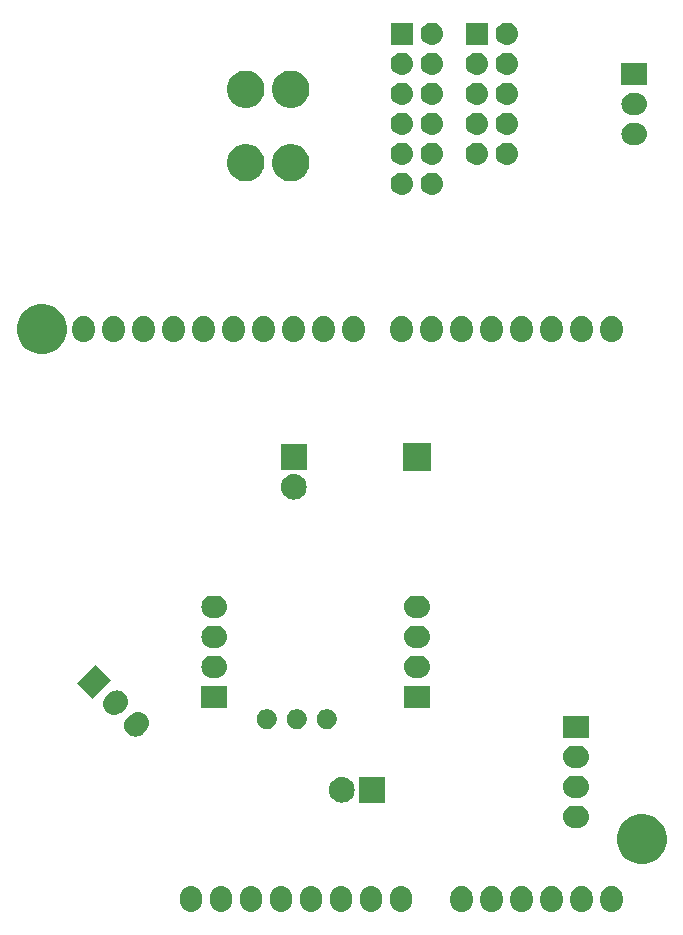
<source format=gbs>
G04 #@! TF.GenerationSoftware,KiCad,Pcbnew,5.0.0-rc2*
G04 #@! TF.CreationDate,2018-12-02T00:46:08-05:00*
G04 #@! TF.ProjectId,uno,756E6F2E6B696361645F706362000000,v1.0*
G04 #@! TF.SameCoordinates,Original*
G04 #@! TF.FileFunction,Soldermask,Bot*
G04 #@! TF.FilePolarity,Negative*
%FSLAX46Y46*%
G04 Gerber Fmt 4.6, Leading zero omitted, Abs format (unit mm)*
G04 Created by KiCad (PCBNEW 5.0.0-rc2) date Sun Dec  2 00:46:08 2018*
%MOMM*%
%LPD*%
G01*
G04 APERTURE LIST*
%ADD10C,0.100000*%
G04 APERTURE END LIST*
D10*
G36*
X56013427Y-107506397D02*
X56013429Y-107506398D01*
X56013432Y-107506398D01*
X56190585Y-107560137D01*
X56343310Y-107641771D01*
X56353852Y-107647405D01*
X56496953Y-107764846D01*
X56614394Y-107907947D01*
X56614395Y-107907949D01*
X56701662Y-108071214D01*
X56755401Y-108248367D01*
X56755401Y-108248368D01*
X56755402Y-108248372D01*
X56768999Y-108386427D01*
X56769000Y-108783573D01*
X56755403Y-108921627D01*
X56755402Y-108921629D01*
X56755402Y-108921632D01*
X56701663Y-109098785D01*
X56620029Y-109251510D01*
X56614395Y-109262052D01*
X56496954Y-109405153D01*
X56353853Y-109522594D01*
X56353851Y-109522595D01*
X56190586Y-109609862D01*
X56013433Y-109663601D01*
X56013430Y-109663601D01*
X56013428Y-109663602D01*
X55829200Y-109681748D01*
X55644973Y-109663603D01*
X55644971Y-109663602D01*
X55644968Y-109663602D01*
X55467815Y-109609863D01*
X55304550Y-109522596D01*
X55304548Y-109522595D01*
X55161447Y-109405154D01*
X55044006Y-109262053D01*
X55038371Y-109251511D01*
X54956738Y-109098786D01*
X54902999Y-108921633D01*
X54902999Y-108921630D01*
X54902998Y-108921628D01*
X54889401Y-108783573D01*
X54889400Y-108386427D01*
X54902997Y-108248373D01*
X54902998Y-108248371D01*
X54902998Y-108248368D01*
X54956737Y-108071215D01*
X55044004Y-107907950D01*
X55044005Y-107907948D01*
X55161446Y-107764847D01*
X55304547Y-107647406D01*
X55315089Y-107641772D01*
X55467814Y-107560138D01*
X55644967Y-107506399D01*
X55644970Y-107506399D01*
X55644972Y-107506398D01*
X55829200Y-107488252D01*
X56013427Y-107506397D01*
X56013427Y-107506397D01*
G37*
G36*
X50933427Y-107506397D02*
X50933429Y-107506398D01*
X50933432Y-107506398D01*
X51110585Y-107560137D01*
X51263310Y-107641771D01*
X51273852Y-107647405D01*
X51416953Y-107764846D01*
X51534394Y-107907947D01*
X51534395Y-107907949D01*
X51621662Y-108071214D01*
X51675401Y-108248367D01*
X51675401Y-108248368D01*
X51675402Y-108248372D01*
X51688999Y-108386427D01*
X51689000Y-108783573D01*
X51675403Y-108921627D01*
X51675402Y-108921629D01*
X51675402Y-108921632D01*
X51621663Y-109098785D01*
X51540029Y-109251510D01*
X51534395Y-109262052D01*
X51416954Y-109405153D01*
X51273853Y-109522594D01*
X51273851Y-109522595D01*
X51110586Y-109609862D01*
X50933433Y-109663601D01*
X50933430Y-109663601D01*
X50933428Y-109663602D01*
X50749200Y-109681748D01*
X50564973Y-109663603D01*
X50564971Y-109663602D01*
X50564968Y-109663602D01*
X50387815Y-109609863D01*
X50224550Y-109522596D01*
X50224548Y-109522595D01*
X50081447Y-109405154D01*
X49964006Y-109262053D01*
X49958371Y-109251511D01*
X49876738Y-109098786D01*
X49822999Y-108921633D01*
X49822999Y-108921630D01*
X49822998Y-108921628D01*
X49809401Y-108783573D01*
X49809400Y-108386427D01*
X49822997Y-108248373D01*
X49822998Y-108248371D01*
X49822998Y-108248368D01*
X49876737Y-108071215D01*
X49964004Y-107907950D01*
X49964005Y-107907948D01*
X50081446Y-107764847D01*
X50224547Y-107647406D01*
X50235089Y-107641772D01*
X50387814Y-107560138D01*
X50564967Y-107506399D01*
X50564970Y-107506399D01*
X50564972Y-107506398D01*
X50749200Y-107488252D01*
X50933427Y-107506397D01*
X50933427Y-107506397D01*
G37*
G36*
X66173427Y-107506397D02*
X66173429Y-107506398D01*
X66173432Y-107506398D01*
X66350585Y-107560137D01*
X66503310Y-107641771D01*
X66513852Y-107647405D01*
X66656953Y-107764846D01*
X66774394Y-107907947D01*
X66774395Y-107907949D01*
X66861662Y-108071214D01*
X66915401Y-108248367D01*
X66915401Y-108248368D01*
X66915402Y-108248372D01*
X66928999Y-108386427D01*
X66929000Y-108783573D01*
X66915403Y-108921627D01*
X66915402Y-108921629D01*
X66915402Y-108921632D01*
X66861663Y-109098785D01*
X66780029Y-109251510D01*
X66774395Y-109262052D01*
X66656954Y-109405153D01*
X66513853Y-109522594D01*
X66513851Y-109522595D01*
X66350586Y-109609862D01*
X66173433Y-109663601D01*
X66173430Y-109663601D01*
X66173428Y-109663602D01*
X65989200Y-109681748D01*
X65804973Y-109663603D01*
X65804971Y-109663602D01*
X65804968Y-109663602D01*
X65627815Y-109609863D01*
X65464550Y-109522596D01*
X65464548Y-109522595D01*
X65321447Y-109405154D01*
X65204006Y-109262053D01*
X65198371Y-109251511D01*
X65116738Y-109098786D01*
X65062999Y-108921633D01*
X65062999Y-108921630D01*
X65062998Y-108921628D01*
X65049401Y-108783573D01*
X65049400Y-108386427D01*
X65062997Y-108248373D01*
X65062998Y-108248371D01*
X65062998Y-108248368D01*
X65116737Y-108071215D01*
X65204004Y-107907950D01*
X65204005Y-107907948D01*
X65321446Y-107764847D01*
X65464547Y-107647406D01*
X65475089Y-107641772D01*
X65627814Y-107560138D01*
X65804967Y-107506399D01*
X65804970Y-107506399D01*
X65804972Y-107506398D01*
X65989200Y-107488252D01*
X66173427Y-107506397D01*
X66173427Y-107506397D01*
G37*
G36*
X53473427Y-107506397D02*
X53473429Y-107506398D01*
X53473432Y-107506398D01*
X53650585Y-107560137D01*
X53803310Y-107641771D01*
X53813852Y-107647405D01*
X53956953Y-107764846D01*
X54074394Y-107907947D01*
X54074395Y-107907949D01*
X54161662Y-108071214D01*
X54215401Y-108248367D01*
X54215401Y-108248368D01*
X54215402Y-108248372D01*
X54228999Y-108386427D01*
X54229000Y-108783573D01*
X54215403Y-108921627D01*
X54215402Y-108921629D01*
X54215402Y-108921632D01*
X54161663Y-109098785D01*
X54080029Y-109251510D01*
X54074395Y-109262052D01*
X53956954Y-109405153D01*
X53813853Y-109522594D01*
X53813851Y-109522595D01*
X53650586Y-109609862D01*
X53473433Y-109663601D01*
X53473430Y-109663601D01*
X53473428Y-109663602D01*
X53289200Y-109681748D01*
X53104973Y-109663603D01*
X53104971Y-109663602D01*
X53104968Y-109663602D01*
X52927815Y-109609863D01*
X52764550Y-109522596D01*
X52764548Y-109522595D01*
X52621447Y-109405154D01*
X52504006Y-109262053D01*
X52498371Y-109251511D01*
X52416738Y-109098786D01*
X52362999Y-108921633D01*
X52362999Y-108921630D01*
X52362998Y-108921628D01*
X52349401Y-108783573D01*
X52349400Y-108386427D01*
X52362997Y-108248373D01*
X52362998Y-108248371D01*
X52362998Y-108248368D01*
X52416737Y-108071215D01*
X52504004Y-107907950D01*
X52504005Y-107907948D01*
X52621446Y-107764847D01*
X52764547Y-107647406D01*
X52775089Y-107641772D01*
X52927814Y-107560138D01*
X53104967Y-107506399D01*
X53104970Y-107506399D01*
X53104972Y-107506398D01*
X53289200Y-107488252D01*
X53473427Y-107506397D01*
X53473427Y-107506397D01*
G37*
G36*
X58553427Y-107506397D02*
X58553429Y-107506398D01*
X58553432Y-107506398D01*
X58730585Y-107560137D01*
X58883310Y-107641771D01*
X58893852Y-107647405D01*
X59036953Y-107764846D01*
X59154394Y-107907947D01*
X59154395Y-107907949D01*
X59241662Y-108071214D01*
X59295401Y-108248367D01*
X59295401Y-108248368D01*
X59295402Y-108248372D01*
X59308999Y-108386427D01*
X59309000Y-108783573D01*
X59295403Y-108921627D01*
X59295402Y-108921629D01*
X59295402Y-108921632D01*
X59241663Y-109098785D01*
X59160029Y-109251510D01*
X59154395Y-109262052D01*
X59036954Y-109405153D01*
X58893853Y-109522594D01*
X58893851Y-109522595D01*
X58730586Y-109609862D01*
X58553433Y-109663601D01*
X58553430Y-109663601D01*
X58553428Y-109663602D01*
X58369200Y-109681748D01*
X58184973Y-109663603D01*
X58184971Y-109663602D01*
X58184968Y-109663602D01*
X58007815Y-109609863D01*
X57844550Y-109522596D01*
X57844548Y-109522595D01*
X57701447Y-109405154D01*
X57584006Y-109262053D01*
X57578371Y-109251511D01*
X57496738Y-109098786D01*
X57442999Y-108921633D01*
X57442999Y-108921630D01*
X57442998Y-108921628D01*
X57429401Y-108783573D01*
X57429400Y-108386427D01*
X57442997Y-108248373D01*
X57442998Y-108248371D01*
X57442998Y-108248368D01*
X57496737Y-108071215D01*
X57584004Y-107907950D01*
X57584005Y-107907948D01*
X57701446Y-107764847D01*
X57844547Y-107647406D01*
X57855089Y-107641772D01*
X58007814Y-107560138D01*
X58184967Y-107506399D01*
X58184970Y-107506399D01*
X58184972Y-107506398D01*
X58369200Y-107488252D01*
X58553427Y-107506397D01*
X58553427Y-107506397D01*
G37*
G36*
X61093427Y-107506397D02*
X61093429Y-107506398D01*
X61093432Y-107506398D01*
X61270585Y-107560137D01*
X61423310Y-107641771D01*
X61433852Y-107647405D01*
X61576953Y-107764846D01*
X61694394Y-107907947D01*
X61694395Y-107907949D01*
X61781662Y-108071214D01*
X61835401Y-108248367D01*
X61835401Y-108248368D01*
X61835402Y-108248372D01*
X61848999Y-108386427D01*
X61849000Y-108783573D01*
X61835403Y-108921627D01*
X61835402Y-108921629D01*
X61835402Y-108921632D01*
X61781663Y-109098785D01*
X61700029Y-109251510D01*
X61694395Y-109262052D01*
X61576954Y-109405153D01*
X61433853Y-109522594D01*
X61433851Y-109522595D01*
X61270586Y-109609862D01*
X61093433Y-109663601D01*
X61093430Y-109663601D01*
X61093428Y-109663602D01*
X60909200Y-109681748D01*
X60724973Y-109663603D01*
X60724971Y-109663602D01*
X60724968Y-109663602D01*
X60547815Y-109609863D01*
X60384550Y-109522596D01*
X60384548Y-109522595D01*
X60241447Y-109405154D01*
X60124006Y-109262053D01*
X60118371Y-109251511D01*
X60036738Y-109098786D01*
X59982999Y-108921633D01*
X59982999Y-108921630D01*
X59982998Y-108921628D01*
X59969401Y-108783573D01*
X59969400Y-108386427D01*
X59982997Y-108248373D01*
X59982998Y-108248371D01*
X59982998Y-108248368D01*
X60036737Y-108071215D01*
X60124004Y-107907950D01*
X60124005Y-107907948D01*
X60241446Y-107764847D01*
X60384547Y-107647406D01*
X60395089Y-107641772D01*
X60547814Y-107560138D01*
X60724967Y-107506399D01*
X60724970Y-107506399D01*
X60724972Y-107506398D01*
X60909200Y-107488252D01*
X61093427Y-107506397D01*
X61093427Y-107506397D01*
G37*
G36*
X63633427Y-107506397D02*
X63633429Y-107506398D01*
X63633432Y-107506398D01*
X63810585Y-107560137D01*
X63963310Y-107641771D01*
X63973852Y-107647405D01*
X64116953Y-107764846D01*
X64234394Y-107907947D01*
X64234395Y-107907949D01*
X64321662Y-108071214D01*
X64375401Y-108248367D01*
X64375401Y-108248368D01*
X64375402Y-108248372D01*
X64388999Y-108386427D01*
X64389000Y-108783573D01*
X64375403Y-108921627D01*
X64375402Y-108921629D01*
X64375402Y-108921632D01*
X64321663Y-109098785D01*
X64240029Y-109251510D01*
X64234395Y-109262052D01*
X64116954Y-109405153D01*
X63973853Y-109522594D01*
X63973851Y-109522595D01*
X63810586Y-109609862D01*
X63633433Y-109663601D01*
X63633430Y-109663601D01*
X63633428Y-109663602D01*
X63449200Y-109681748D01*
X63264973Y-109663603D01*
X63264971Y-109663602D01*
X63264968Y-109663602D01*
X63087815Y-109609863D01*
X62924550Y-109522596D01*
X62924548Y-109522595D01*
X62781447Y-109405154D01*
X62664006Y-109262053D01*
X62658371Y-109251511D01*
X62576738Y-109098786D01*
X62522999Y-108921633D01*
X62522999Y-108921630D01*
X62522998Y-108921628D01*
X62509401Y-108783573D01*
X62509400Y-108386427D01*
X62522997Y-108248373D01*
X62522998Y-108248371D01*
X62522998Y-108248368D01*
X62576737Y-108071215D01*
X62664004Y-107907950D01*
X62664005Y-107907948D01*
X62781446Y-107764847D01*
X62924547Y-107647406D01*
X62935089Y-107641772D01*
X63087814Y-107560138D01*
X63264967Y-107506399D01*
X63264970Y-107506399D01*
X63264972Y-107506398D01*
X63449200Y-107488252D01*
X63633427Y-107506397D01*
X63633427Y-107506397D01*
G37*
G36*
X71278827Y-107506397D02*
X71278829Y-107506398D01*
X71278832Y-107506398D01*
X71455985Y-107560137D01*
X71608710Y-107641771D01*
X71619252Y-107647405D01*
X71762353Y-107764846D01*
X71879794Y-107907947D01*
X71879795Y-107907949D01*
X71967062Y-108071214D01*
X72020801Y-108248367D01*
X72020801Y-108248368D01*
X72020802Y-108248372D01*
X72034399Y-108386427D01*
X72034400Y-108783573D01*
X72020803Y-108921627D01*
X72020802Y-108921629D01*
X72020802Y-108921632D01*
X71967063Y-109098785D01*
X71885429Y-109251510D01*
X71879795Y-109262052D01*
X71762354Y-109405153D01*
X71619253Y-109522594D01*
X71619251Y-109522595D01*
X71455986Y-109609862D01*
X71278833Y-109663601D01*
X71278830Y-109663601D01*
X71278828Y-109663602D01*
X71094600Y-109681748D01*
X70910373Y-109663603D01*
X70910371Y-109663602D01*
X70910368Y-109663602D01*
X70733215Y-109609863D01*
X70569950Y-109522596D01*
X70569948Y-109522595D01*
X70426847Y-109405154D01*
X70309406Y-109262053D01*
X70303771Y-109251511D01*
X70222138Y-109098786D01*
X70168399Y-108921633D01*
X70168399Y-108921630D01*
X70168398Y-108921628D01*
X70154801Y-108783573D01*
X70154800Y-108386427D01*
X70168397Y-108248373D01*
X70168398Y-108248371D01*
X70168398Y-108248368D01*
X70222137Y-108071215D01*
X70309404Y-107907950D01*
X70309405Y-107907948D01*
X70426846Y-107764847D01*
X70569947Y-107647406D01*
X70580489Y-107641771D01*
X70733214Y-107560138D01*
X70910367Y-107506399D01*
X70910370Y-107506399D01*
X70910372Y-107506398D01*
X71094600Y-107488252D01*
X71278827Y-107506397D01*
X71278827Y-107506397D01*
G37*
G36*
X73818827Y-107506397D02*
X73818829Y-107506398D01*
X73818832Y-107506398D01*
X73995985Y-107560137D01*
X74148710Y-107641771D01*
X74159252Y-107647405D01*
X74302353Y-107764846D01*
X74419794Y-107907947D01*
X74419795Y-107907949D01*
X74507062Y-108071214D01*
X74560801Y-108248367D01*
X74560801Y-108248368D01*
X74560802Y-108248372D01*
X74574399Y-108386427D01*
X74574400Y-108783573D01*
X74560803Y-108921627D01*
X74560802Y-108921629D01*
X74560802Y-108921632D01*
X74507063Y-109098785D01*
X74425429Y-109251510D01*
X74419795Y-109262052D01*
X74302354Y-109405153D01*
X74159253Y-109522594D01*
X74159251Y-109522595D01*
X73995986Y-109609862D01*
X73818833Y-109663601D01*
X73818830Y-109663601D01*
X73818828Y-109663602D01*
X73634600Y-109681748D01*
X73450373Y-109663603D01*
X73450371Y-109663602D01*
X73450368Y-109663602D01*
X73273215Y-109609863D01*
X73109950Y-109522596D01*
X73109948Y-109522595D01*
X72966847Y-109405154D01*
X72849406Y-109262053D01*
X72843771Y-109251511D01*
X72762138Y-109098786D01*
X72708399Y-108921633D01*
X72708399Y-108921630D01*
X72708398Y-108921628D01*
X72694801Y-108783573D01*
X72694800Y-108386427D01*
X72708397Y-108248373D01*
X72708398Y-108248371D01*
X72708398Y-108248368D01*
X72762137Y-108071215D01*
X72849404Y-107907950D01*
X72849405Y-107907948D01*
X72966846Y-107764847D01*
X73109947Y-107647406D01*
X73120489Y-107641771D01*
X73273214Y-107560138D01*
X73450367Y-107506399D01*
X73450370Y-107506399D01*
X73450372Y-107506398D01*
X73634600Y-107488252D01*
X73818827Y-107506397D01*
X73818827Y-107506397D01*
G37*
G36*
X76358827Y-107506397D02*
X76358829Y-107506398D01*
X76358832Y-107506398D01*
X76535985Y-107560137D01*
X76688710Y-107641771D01*
X76699252Y-107647405D01*
X76842353Y-107764846D01*
X76959794Y-107907947D01*
X76959795Y-107907949D01*
X77047062Y-108071214D01*
X77100801Y-108248367D01*
X77100801Y-108248368D01*
X77100802Y-108248372D01*
X77114399Y-108386427D01*
X77114400Y-108783573D01*
X77100803Y-108921627D01*
X77100802Y-108921629D01*
X77100802Y-108921632D01*
X77047063Y-109098785D01*
X76965429Y-109251510D01*
X76959795Y-109262052D01*
X76842354Y-109405153D01*
X76699253Y-109522594D01*
X76699251Y-109522595D01*
X76535986Y-109609862D01*
X76358833Y-109663601D01*
X76358830Y-109663601D01*
X76358828Y-109663602D01*
X76174600Y-109681748D01*
X75990373Y-109663603D01*
X75990371Y-109663602D01*
X75990368Y-109663602D01*
X75813215Y-109609863D01*
X75649950Y-109522596D01*
X75649948Y-109522595D01*
X75506847Y-109405154D01*
X75389406Y-109262053D01*
X75383771Y-109251511D01*
X75302138Y-109098786D01*
X75248399Y-108921633D01*
X75248399Y-108921630D01*
X75248398Y-108921628D01*
X75234801Y-108783573D01*
X75234800Y-108386427D01*
X75248397Y-108248373D01*
X75248398Y-108248371D01*
X75248398Y-108248368D01*
X75302137Y-108071215D01*
X75389404Y-107907950D01*
X75389405Y-107907948D01*
X75506846Y-107764847D01*
X75649947Y-107647406D01*
X75660489Y-107641771D01*
X75813214Y-107560138D01*
X75990367Y-107506399D01*
X75990370Y-107506399D01*
X75990372Y-107506398D01*
X76174600Y-107488252D01*
X76358827Y-107506397D01*
X76358827Y-107506397D01*
G37*
G36*
X78898827Y-107506397D02*
X78898829Y-107506398D01*
X78898832Y-107506398D01*
X79075985Y-107560137D01*
X79228710Y-107641771D01*
X79239252Y-107647405D01*
X79382353Y-107764846D01*
X79499794Y-107907947D01*
X79499795Y-107907949D01*
X79587062Y-108071214D01*
X79640801Y-108248367D01*
X79640801Y-108248368D01*
X79640802Y-108248372D01*
X79654399Y-108386427D01*
X79654400Y-108783573D01*
X79640803Y-108921627D01*
X79640802Y-108921629D01*
X79640802Y-108921632D01*
X79587063Y-109098785D01*
X79505429Y-109251510D01*
X79499795Y-109262052D01*
X79382354Y-109405153D01*
X79239253Y-109522594D01*
X79239251Y-109522595D01*
X79075986Y-109609862D01*
X78898833Y-109663601D01*
X78898830Y-109663601D01*
X78898828Y-109663602D01*
X78714600Y-109681748D01*
X78530373Y-109663603D01*
X78530371Y-109663602D01*
X78530368Y-109663602D01*
X78353215Y-109609863D01*
X78189950Y-109522596D01*
X78189948Y-109522595D01*
X78046847Y-109405154D01*
X77929406Y-109262053D01*
X77923771Y-109251511D01*
X77842138Y-109098786D01*
X77788399Y-108921633D01*
X77788399Y-108921630D01*
X77788398Y-108921628D01*
X77774801Y-108783573D01*
X77774800Y-108386427D01*
X77788397Y-108248373D01*
X77788398Y-108248371D01*
X77788398Y-108248368D01*
X77842137Y-108071215D01*
X77929404Y-107907950D01*
X77929405Y-107907948D01*
X78046846Y-107764847D01*
X78189947Y-107647406D01*
X78200489Y-107641771D01*
X78353214Y-107560138D01*
X78530367Y-107506399D01*
X78530370Y-107506399D01*
X78530372Y-107506398D01*
X78714600Y-107488252D01*
X78898827Y-107506397D01*
X78898827Y-107506397D01*
G37*
G36*
X81438827Y-107506397D02*
X81438829Y-107506398D01*
X81438832Y-107506398D01*
X81615985Y-107560137D01*
X81768710Y-107641771D01*
X81779252Y-107647405D01*
X81922353Y-107764846D01*
X82039794Y-107907947D01*
X82039795Y-107907949D01*
X82127062Y-108071214D01*
X82180801Y-108248367D01*
X82180801Y-108248368D01*
X82180802Y-108248372D01*
X82194399Y-108386427D01*
X82194400Y-108783573D01*
X82180803Y-108921627D01*
X82180802Y-108921629D01*
X82180802Y-108921632D01*
X82127063Y-109098785D01*
X82045429Y-109251510D01*
X82039795Y-109262052D01*
X81922354Y-109405153D01*
X81779253Y-109522594D01*
X81779251Y-109522595D01*
X81615986Y-109609862D01*
X81438833Y-109663601D01*
X81438830Y-109663601D01*
X81438828Y-109663602D01*
X81254600Y-109681748D01*
X81070373Y-109663603D01*
X81070371Y-109663602D01*
X81070368Y-109663602D01*
X80893215Y-109609863D01*
X80729950Y-109522596D01*
X80729948Y-109522595D01*
X80586847Y-109405154D01*
X80469406Y-109262053D01*
X80463771Y-109251511D01*
X80382138Y-109098786D01*
X80328399Y-108921633D01*
X80328399Y-108921630D01*
X80328398Y-108921628D01*
X80314801Y-108783573D01*
X80314800Y-108386427D01*
X80328397Y-108248373D01*
X80328398Y-108248371D01*
X80328398Y-108248368D01*
X80382137Y-108071215D01*
X80469404Y-107907950D01*
X80469405Y-107907948D01*
X80586846Y-107764847D01*
X80729947Y-107647406D01*
X80740489Y-107641771D01*
X80893214Y-107560138D01*
X81070367Y-107506399D01*
X81070370Y-107506399D01*
X81070372Y-107506398D01*
X81254600Y-107488252D01*
X81438827Y-107506397D01*
X81438827Y-107506397D01*
G37*
G36*
X83978827Y-107506397D02*
X83978829Y-107506398D01*
X83978832Y-107506398D01*
X84155985Y-107560137D01*
X84308710Y-107641771D01*
X84319252Y-107647405D01*
X84462353Y-107764846D01*
X84579794Y-107907947D01*
X84579795Y-107907949D01*
X84667062Y-108071214D01*
X84720801Y-108248367D01*
X84720801Y-108248368D01*
X84720802Y-108248372D01*
X84734399Y-108386427D01*
X84734400Y-108783573D01*
X84720803Y-108921627D01*
X84720802Y-108921629D01*
X84720802Y-108921632D01*
X84667063Y-109098785D01*
X84585429Y-109251510D01*
X84579795Y-109262052D01*
X84462354Y-109405153D01*
X84319253Y-109522594D01*
X84319251Y-109522595D01*
X84155986Y-109609862D01*
X83978833Y-109663601D01*
X83978830Y-109663601D01*
X83978828Y-109663602D01*
X83794600Y-109681748D01*
X83610373Y-109663603D01*
X83610371Y-109663602D01*
X83610368Y-109663602D01*
X83433215Y-109609863D01*
X83269950Y-109522596D01*
X83269948Y-109522595D01*
X83126847Y-109405154D01*
X83009406Y-109262053D01*
X83003771Y-109251511D01*
X82922138Y-109098786D01*
X82868399Y-108921633D01*
X82868399Y-108921630D01*
X82868398Y-108921628D01*
X82854801Y-108783573D01*
X82854800Y-108386427D01*
X82868397Y-108248373D01*
X82868398Y-108248371D01*
X82868398Y-108248368D01*
X82922137Y-108071215D01*
X83009404Y-107907950D01*
X83009405Y-107907948D01*
X83126846Y-107764847D01*
X83269947Y-107647406D01*
X83280489Y-107641771D01*
X83433214Y-107560138D01*
X83610367Y-107506399D01*
X83610370Y-107506399D01*
X83610372Y-107506398D01*
X83794600Y-107488252D01*
X83978827Y-107506397D01*
X83978827Y-107506397D01*
G37*
G36*
X48393427Y-107506397D02*
X48393429Y-107506398D01*
X48393432Y-107506398D01*
X48570585Y-107560137D01*
X48723310Y-107641771D01*
X48733852Y-107647405D01*
X48876953Y-107764846D01*
X48994394Y-107907947D01*
X48994395Y-107907949D01*
X49081662Y-108071214D01*
X49135401Y-108248367D01*
X49135401Y-108248368D01*
X49135402Y-108248372D01*
X49148999Y-108386427D01*
X49149000Y-108783573D01*
X49135403Y-108921627D01*
X49135402Y-108921629D01*
X49135402Y-108921632D01*
X49081663Y-109098785D01*
X49000029Y-109251510D01*
X48994395Y-109262052D01*
X48876954Y-109405153D01*
X48733853Y-109522594D01*
X48733851Y-109522595D01*
X48570586Y-109609862D01*
X48393433Y-109663601D01*
X48393430Y-109663601D01*
X48393428Y-109663602D01*
X48209200Y-109681748D01*
X48024973Y-109663603D01*
X48024971Y-109663602D01*
X48024968Y-109663602D01*
X47847815Y-109609863D01*
X47684550Y-109522596D01*
X47684548Y-109522595D01*
X47541447Y-109405154D01*
X47424006Y-109262053D01*
X47418371Y-109251511D01*
X47336738Y-109098786D01*
X47282999Y-108921633D01*
X47282999Y-108921630D01*
X47282998Y-108921628D01*
X47269401Y-108783573D01*
X47269400Y-108386427D01*
X47282997Y-108248373D01*
X47282998Y-108248371D01*
X47282998Y-108248368D01*
X47336737Y-108071215D01*
X47424004Y-107907950D01*
X47424005Y-107907948D01*
X47541446Y-107764847D01*
X47684547Y-107647406D01*
X47695089Y-107641772D01*
X47847814Y-107560138D01*
X48024967Y-107506399D01*
X48024970Y-107506399D01*
X48024972Y-107506398D01*
X48209200Y-107488252D01*
X48393427Y-107506397D01*
X48393427Y-107506397D01*
G37*
G36*
X86974939Y-101477817D02*
X87358607Y-101636737D01*
X87703899Y-101867454D01*
X87997546Y-102161101D01*
X88228263Y-102506393D01*
X88387183Y-102890061D01*
X88468200Y-103297360D01*
X88468200Y-103712640D01*
X88387183Y-104119939D01*
X88228263Y-104503607D01*
X87997546Y-104848899D01*
X87703899Y-105142546D01*
X87358607Y-105373263D01*
X86974939Y-105532183D01*
X86567640Y-105613200D01*
X86152360Y-105613200D01*
X85745061Y-105532183D01*
X85361393Y-105373263D01*
X85016101Y-105142546D01*
X84722454Y-104848899D01*
X84491737Y-104503607D01*
X84332817Y-104119939D01*
X84251800Y-103712640D01*
X84251800Y-103297360D01*
X84332817Y-102890061D01*
X84491737Y-102506393D01*
X84722454Y-102161101D01*
X85016101Y-101867454D01*
X85361393Y-101636737D01*
X85745061Y-101477817D01*
X86152360Y-101396800D01*
X86567640Y-101396800D01*
X86974939Y-101477817D01*
X86974939Y-101477817D01*
G37*
G36*
X81108628Y-100673797D02*
X81108630Y-100673798D01*
X81108633Y-100673798D01*
X81285786Y-100727537D01*
X81438511Y-100809170D01*
X81449053Y-100814805D01*
X81592154Y-100932246D01*
X81709595Y-101075347D01*
X81709596Y-101075349D01*
X81796863Y-101238614D01*
X81850602Y-101415767D01*
X81850602Y-101415770D01*
X81850603Y-101415772D01*
X81868748Y-101600000D01*
X81850603Y-101784228D01*
X81850602Y-101784230D01*
X81850602Y-101784233D01*
X81796863Y-101961386D01*
X81715230Y-102114111D01*
X81709595Y-102124653D01*
X81592154Y-102267754D01*
X81449053Y-102385195D01*
X81449051Y-102385196D01*
X81285786Y-102472463D01*
X81108633Y-102526202D01*
X81108630Y-102526202D01*
X81108628Y-102526203D01*
X80970574Y-102539800D01*
X80573426Y-102539800D01*
X80435372Y-102526203D01*
X80435370Y-102526202D01*
X80435367Y-102526202D01*
X80258214Y-102472463D01*
X80094949Y-102385196D01*
X80094947Y-102385195D01*
X79951846Y-102267754D01*
X79834405Y-102124653D01*
X79828771Y-102114111D01*
X79747137Y-101961386D01*
X79693398Y-101784233D01*
X79693398Y-101784230D01*
X79693397Y-101784228D01*
X79675252Y-101600000D01*
X79693397Y-101415772D01*
X79693398Y-101415770D01*
X79693398Y-101415767D01*
X79747137Y-101238614D01*
X79834404Y-101075349D01*
X79834405Y-101075347D01*
X79951846Y-100932246D01*
X80094947Y-100814805D01*
X80105489Y-100809171D01*
X80258214Y-100727537D01*
X80435367Y-100673798D01*
X80435370Y-100673798D01*
X80435372Y-100673797D01*
X80573426Y-100660200D01*
X80970574Y-100660200D01*
X81108628Y-100673797D01*
X81108628Y-100673797D01*
G37*
G36*
X64592200Y-100406200D02*
X62407800Y-100406200D01*
X62407800Y-98221800D01*
X64592200Y-98221800D01*
X64592200Y-100406200D01*
X64592200Y-100406200D01*
G37*
G36*
X61174105Y-98237603D02*
X61174108Y-98237604D01*
X61174109Y-98237604D01*
X61379989Y-98300057D01*
X61548032Y-98389878D01*
X61569731Y-98401476D01*
X61736038Y-98537962D01*
X61872524Y-98704269D01*
X61872525Y-98704271D01*
X61973943Y-98894011D01*
X61973943Y-98894012D01*
X62036397Y-99099895D01*
X62057485Y-99314000D01*
X62036397Y-99528105D01*
X62036396Y-99528108D01*
X62036396Y-99528109D01*
X61973943Y-99733989D01*
X61914502Y-99845195D01*
X61872524Y-99923731D01*
X61736038Y-100090038D01*
X61569731Y-100226524D01*
X61569729Y-100226525D01*
X61379989Y-100327943D01*
X61174109Y-100390396D01*
X61174108Y-100390396D01*
X61174105Y-100390397D01*
X61013654Y-100406200D01*
X60906346Y-100406200D01*
X60745895Y-100390397D01*
X60745892Y-100390396D01*
X60745891Y-100390396D01*
X60540011Y-100327943D01*
X60350271Y-100226525D01*
X60350269Y-100226524D01*
X60183962Y-100090038D01*
X60047476Y-99923731D01*
X60005498Y-99845195D01*
X59946057Y-99733989D01*
X59883604Y-99528109D01*
X59883604Y-99528108D01*
X59883603Y-99528105D01*
X59862515Y-99314000D01*
X59883603Y-99099895D01*
X59946057Y-98894012D01*
X59946057Y-98894011D01*
X60047475Y-98704271D01*
X60047476Y-98704269D01*
X60183962Y-98537962D01*
X60350269Y-98401476D01*
X60371968Y-98389878D01*
X60540011Y-98300057D01*
X60745891Y-98237604D01*
X60745892Y-98237604D01*
X60745895Y-98237603D01*
X60906346Y-98221800D01*
X61013654Y-98221800D01*
X61174105Y-98237603D01*
X61174105Y-98237603D01*
G37*
G36*
X81108628Y-98133797D02*
X81108630Y-98133798D01*
X81108633Y-98133798D01*
X81285786Y-98187537D01*
X81438511Y-98269170D01*
X81449053Y-98274805D01*
X81592154Y-98392246D01*
X81709595Y-98535347D01*
X81709596Y-98535349D01*
X81796863Y-98698614D01*
X81850602Y-98875767D01*
X81850602Y-98875770D01*
X81850603Y-98875772D01*
X81868748Y-99060000D01*
X81850603Y-99244228D01*
X81850602Y-99244230D01*
X81850602Y-99244233D01*
X81796863Y-99421386D01*
X81739820Y-99528105D01*
X81709595Y-99584653D01*
X81592154Y-99727754D01*
X81449053Y-99845195D01*
X81449051Y-99845196D01*
X81285786Y-99932463D01*
X81108633Y-99986202D01*
X81108630Y-99986202D01*
X81108628Y-99986203D01*
X80970574Y-99999800D01*
X80573426Y-99999800D01*
X80435372Y-99986203D01*
X80435370Y-99986202D01*
X80435367Y-99986202D01*
X80258214Y-99932463D01*
X80094949Y-99845196D01*
X80094947Y-99845195D01*
X79951846Y-99727754D01*
X79834405Y-99584653D01*
X79804180Y-99528105D01*
X79747137Y-99421386D01*
X79693398Y-99244233D01*
X79693398Y-99244230D01*
X79693397Y-99244228D01*
X79675252Y-99060000D01*
X79693397Y-98875772D01*
X79693398Y-98875770D01*
X79693398Y-98875767D01*
X79747137Y-98698614D01*
X79834404Y-98535349D01*
X79834405Y-98535347D01*
X79951846Y-98392246D01*
X80094947Y-98274805D01*
X80105489Y-98269170D01*
X80258214Y-98187537D01*
X80435367Y-98133798D01*
X80435370Y-98133798D01*
X80435372Y-98133797D01*
X80573426Y-98120200D01*
X80970574Y-98120200D01*
X81108628Y-98133797D01*
X81108628Y-98133797D01*
G37*
G36*
X81108628Y-95593797D02*
X81108630Y-95593798D01*
X81108633Y-95593798D01*
X81285786Y-95647537D01*
X81438511Y-95729170D01*
X81449053Y-95734805D01*
X81592154Y-95852246D01*
X81709595Y-95995347D01*
X81709596Y-95995349D01*
X81796863Y-96158614D01*
X81850602Y-96335767D01*
X81850602Y-96335770D01*
X81850603Y-96335772D01*
X81868748Y-96520000D01*
X81850603Y-96704228D01*
X81850602Y-96704230D01*
X81850602Y-96704233D01*
X81796863Y-96881386D01*
X81715230Y-97034111D01*
X81709595Y-97044653D01*
X81592154Y-97187754D01*
X81449053Y-97305195D01*
X81449051Y-97305196D01*
X81285786Y-97392463D01*
X81108633Y-97446202D01*
X81108630Y-97446202D01*
X81108628Y-97446203D01*
X80970574Y-97459800D01*
X80573426Y-97459800D01*
X80435372Y-97446203D01*
X80435370Y-97446202D01*
X80435367Y-97446202D01*
X80258214Y-97392463D01*
X80094949Y-97305196D01*
X80094947Y-97305195D01*
X79951846Y-97187754D01*
X79834405Y-97044653D01*
X79828770Y-97034111D01*
X79747137Y-96881386D01*
X79693398Y-96704233D01*
X79693398Y-96704230D01*
X79693397Y-96704228D01*
X79675252Y-96520000D01*
X79693397Y-96335772D01*
X79693398Y-96335770D01*
X79693398Y-96335767D01*
X79747137Y-96158614D01*
X79834404Y-95995349D01*
X79834405Y-95995347D01*
X79951846Y-95852246D01*
X80094947Y-95734805D01*
X80105489Y-95729170D01*
X80258214Y-95647537D01*
X80435367Y-95593798D01*
X80435370Y-95593798D01*
X80435372Y-95593797D01*
X80573426Y-95580200D01*
X80970574Y-95580200D01*
X81108628Y-95593797D01*
X81108628Y-95593797D01*
G37*
G36*
X81864200Y-94919800D02*
X79679800Y-94919800D01*
X79679800Y-93040200D01*
X81864200Y-93040200D01*
X81864200Y-94919800D01*
X81864200Y-94919800D01*
G37*
G36*
X43889097Y-92728137D02*
X43953710Y-92747738D01*
X44066251Y-92781876D01*
X44229516Y-92869143D01*
X44372619Y-92986585D01*
X44490061Y-93129688D01*
X44577328Y-93292953D01*
X44611466Y-93405494D01*
X44631067Y-93470107D01*
X44649212Y-93654339D01*
X44631067Y-93838572D01*
X44618705Y-93879322D01*
X44577328Y-94015724D01*
X44490061Y-94178990D01*
X44490060Y-94178991D01*
X44402051Y-94286230D01*
X44121230Y-94567051D01*
X44026494Y-94644799D01*
X44013990Y-94655061D01*
X43850725Y-94742327D01*
X43673572Y-94796066D01*
X43673569Y-94796066D01*
X43673567Y-94796067D01*
X43489339Y-94814212D01*
X43305111Y-94796067D01*
X43305109Y-94796066D01*
X43305106Y-94796066D01*
X43127953Y-94742327D01*
X42964688Y-94655061D01*
X42821585Y-94537619D01*
X42704143Y-94394516D01*
X42616877Y-94231251D01*
X42563138Y-94054098D01*
X42563138Y-94054095D01*
X42563137Y-94054093D01*
X42544992Y-93869865D01*
X42563137Y-93685637D01*
X42563138Y-93685635D01*
X42563138Y-93685632D01*
X42616877Y-93508479D01*
X42704143Y-93345214D01*
X42747033Y-93292953D01*
X42792153Y-93237974D01*
X43072974Y-92957153D01*
X43180213Y-92869144D01*
X43180212Y-92869144D01*
X43180214Y-92869143D01*
X43343480Y-92781876D01*
X43427885Y-92756272D01*
X43520632Y-92728137D01*
X43704865Y-92709992D01*
X43889097Y-92728137D01*
X43889097Y-92728137D01*
G37*
G36*
X54854494Y-92539011D02*
X55007037Y-92602197D01*
X55144322Y-92693927D01*
X55261073Y-92810678D01*
X55352803Y-92947963D01*
X55415989Y-93100506D01*
X55448200Y-93262444D01*
X55448200Y-93427556D01*
X55415989Y-93589494D01*
X55352803Y-93742037D01*
X55261073Y-93879322D01*
X55144322Y-93996073D01*
X55007037Y-94087803D01*
X54854494Y-94150989D01*
X54692556Y-94183200D01*
X54527444Y-94183200D01*
X54365506Y-94150989D01*
X54212963Y-94087803D01*
X54075678Y-93996073D01*
X53958927Y-93879322D01*
X53867197Y-93742037D01*
X53804011Y-93589494D01*
X53771800Y-93427556D01*
X53771800Y-93262444D01*
X53804011Y-93100506D01*
X53867197Y-92947963D01*
X53958927Y-92810678D01*
X54075678Y-92693927D01*
X54212963Y-92602197D01*
X54365506Y-92539011D01*
X54527444Y-92506800D01*
X54692556Y-92506800D01*
X54854494Y-92539011D01*
X54854494Y-92539011D01*
G37*
G36*
X57394494Y-92539011D02*
X57547037Y-92602197D01*
X57684322Y-92693927D01*
X57801073Y-92810678D01*
X57892803Y-92947963D01*
X57955989Y-93100506D01*
X57988200Y-93262444D01*
X57988200Y-93427556D01*
X57955989Y-93589494D01*
X57892803Y-93742037D01*
X57801073Y-93879322D01*
X57684322Y-93996073D01*
X57547037Y-94087803D01*
X57394494Y-94150989D01*
X57232556Y-94183200D01*
X57067444Y-94183200D01*
X56905506Y-94150989D01*
X56752963Y-94087803D01*
X56615678Y-93996073D01*
X56498927Y-93879322D01*
X56407197Y-93742037D01*
X56344011Y-93589494D01*
X56311800Y-93427556D01*
X56311800Y-93262444D01*
X56344011Y-93100506D01*
X56407197Y-92947963D01*
X56498927Y-92810678D01*
X56615678Y-92693927D01*
X56752963Y-92602197D01*
X56905506Y-92539011D01*
X57067444Y-92506800D01*
X57232556Y-92506800D01*
X57394494Y-92539011D01*
X57394494Y-92539011D01*
G37*
G36*
X59934494Y-92539011D02*
X60087037Y-92602197D01*
X60224322Y-92693927D01*
X60341073Y-92810678D01*
X60432803Y-92947963D01*
X60495989Y-93100506D01*
X60528200Y-93262444D01*
X60528200Y-93427556D01*
X60495989Y-93589494D01*
X60432803Y-93742037D01*
X60341073Y-93879322D01*
X60224322Y-93996073D01*
X60087037Y-94087803D01*
X59934494Y-94150989D01*
X59772556Y-94183200D01*
X59607444Y-94183200D01*
X59445506Y-94150989D01*
X59292963Y-94087803D01*
X59155678Y-93996073D01*
X59038927Y-93879322D01*
X58947197Y-93742037D01*
X58884011Y-93589494D01*
X58851800Y-93427556D01*
X58851800Y-93262444D01*
X58884011Y-93100506D01*
X58947197Y-92947963D01*
X59038927Y-92810678D01*
X59155678Y-92693927D01*
X59292963Y-92602197D01*
X59445506Y-92539011D01*
X59607444Y-92506800D01*
X59772556Y-92506800D01*
X59934494Y-92539011D01*
X59934494Y-92539011D01*
G37*
G36*
X42093046Y-90932086D02*
X42157659Y-90951687D01*
X42270200Y-90985825D01*
X42433465Y-91073092D01*
X42576568Y-91190534D01*
X42694010Y-91333637D01*
X42781277Y-91496902D01*
X42814626Y-91606841D01*
X42835016Y-91674056D01*
X42853161Y-91858288D01*
X42835016Y-92042521D01*
X42806881Y-92135268D01*
X42781277Y-92219673D01*
X42694010Y-92382939D01*
X42694009Y-92382940D01*
X42606000Y-92490179D01*
X42325179Y-92771000D01*
X42276831Y-92810678D01*
X42217939Y-92859010D01*
X42054674Y-92946276D01*
X41877521Y-93000015D01*
X41877518Y-93000015D01*
X41877516Y-93000016D01*
X41693288Y-93018161D01*
X41509060Y-93000016D01*
X41509058Y-93000015D01*
X41509055Y-93000015D01*
X41331902Y-92946276D01*
X41168637Y-92859010D01*
X41025534Y-92741568D01*
X40908092Y-92598465D01*
X40820826Y-92435200D01*
X40767087Y-92258047D01*
X40767087Y-92258044D01*
X40767086Y-92258042D01*
X40748941Y-92073814D01*
X40767086Y-91889586D01*
X40767087Y-91889584D01*
X40767087Y-91889581D01*
X40820826Y-91712428D01*
X40908092Y-91549163D01*
X40950982Y-91496902D01*
X40996102Y-91441923D01*
X41276923Y-91161102D01*
X41384162Y-91073093D01*
X41384161Y-91073093D01*
X41384163Y-91073092D01*
X41547429Y-90985825D01*
X41631834Y-90960221D01*
X41724581Y-90932086D01*
X41908814Y-90913941D01*
X42093046Y-90932086D01*
X42093046Y-90932086D01*
G37*
G36*
X51257200Y-92379800D02*
X49072800Y-92379800D01*
X49072800Y-90500200D01*
X51257200Y-90500200D01*
X51257200Y-92379800D01*
X51257200Y-92379800D01*
G37*
G36*
X68402200Y-92379800D02*
X66217800Y-92379800D01*
X66217800Y-90500200D01*
X68402200Y-90500200D01*
X68402200Y-92379800D01*
X68402200Y-92379800D01*
G37*
G36*
X41441841Y-90062237D02*
X39897237Y-91606841D01*
X38568159Y-90277763D01*
X40112763Y-88733159D01*
X41441841Y-90062237D01*
X41441841Y-90062237D01*
G37*
G36*
X50501628Y-87973797D02*
X50501630Y-87973798D01*
X50501633Y-87973798D01*
X50678786Y-88027537D01*
X50831511Y-88109170D01*
X50842053Y-88114805D01*
X50985154Y-88232246D01*
X51102595Y-88375347D01*
X51102596Y-88375349D01*
X51189863Y-88538614D01*
X51243602Y-88715767D01*
X51243602Y-88715770D01*
X51243603Y-88715772D01*
X51261748Y-88900000D01*
X51243603Y-89084228D01*
X51243602Y-89084230D01*
X51243602Y-89084233D01*
X51189863Y-89261386D01*
X51108229Y-89414111D01*
X51102595Y-89424653D01*
X50985154Y-89567754D01*
X50842053Y-89685195D01*
X50842051Y-89685196D01*
X50678786Y-89772463D01*
X50501633Y-89826202D01*
X50501630Y-89826202D01*
X50501628Y-89826203D01*
X50363574Y-89839800D01*
X49966426Y-89839800D01*
X49828372Y-89826203D01*
X49828370Y-89826202D01*
X49828367Y-89826202D01*
X49651214Y-89772463D01*
X49487949Y-89685196D01*
X49487947Y-89685195D01*
X49344846Y-89567754D01*
X49227405Y-89424653D01*
X49221771Y-89414111D01*
X49140137Y-89261386D01*
X49086398Y-89084233D01*
X49086398Y-89084230D01*
X49086397Y-89084228D01*
X49068252Y-88900000D01*
X49086397Y-88715772D01*
X49086398Y-88715770D01*
X49086398Y-88715767D01*
X49140137Y-88538614D01*
X49227404Y-88375349D01*
X49227405Y-88375347D01*
X49344846Y-88232246D01*
X49487947Y-88114805D01*
X49498489Y-88109170D01*
X49651214Y-88027537D01*
X49828367Y-87973798D01*
X49828370Y-87973798D01*
X49828372Y-87973797D01*
X49966426Y-87960200D01*
X50363574Y-87960200D01*
X50501628Y-87973797D01*
X50501628Y-87973797D01*
G37*
G36*
X67646628Y-87973797D02*
X67646630Y-87973798D01*
X67646633Y-87973798D01*
X67823786Y-88027537D01*
X67976511Y-88109170D01*
X67987053Y-88114805D01*
X68130154Y-88232246D01*
X68247595Y-88375347D01*
X68247596Y-88375349D01*
X68334863Y-88538614D01*
X68388602Y-88715767D01*
X68388602Y-88715770D01*
X68388603Y-88715772D01*
X68406748Y-88900000D01*
X68388603Y-89084228D01*
X68388602Y-89084230D01*
X68388602Y-89084233D01*
X68334863Y-89261386D01*
X68253229Y-89414111D01*
X68247595Y-89424653D01*
X68130154Y-89567754D01*
X67987053Y-89685195D01*
X67987051Y-89685196D01*
X67823786Y-89772463D01*
X67646633Y-89826202D01*
X67646630Y-89826202D01*
X67646628Y-89826203D01*
X67508574Y-89839800D01*
X67111426Y-89839800D01*
X66973372Y-89826203D01*
X66973370Y-89826202D01*
X66973367Y-89826202D01*
X66796214Y-89772463D01*
X66632949Y-89685196D01*
X66632947Y-89685195D01*
X66489846Y-89567754D01*
X66372405Y-89424653D01*
X66366771Y-89414111D01*
X66285137Y-89261386D01*
X66231398Y-89084233D01*
X66231398Y-89084230D01*
X66231397Y-89084228D01*
X66213252Y-88900000D01*
X66231397Y-88715772D01*
X66231398Y-88715770D01*
X66231398Y-88715767D01*
X66285137Y-88538614D01*
X66372404Y-88375349D01*
X66372405Y-88375347D01*
X66489846Y-88232246D01*
X66632947Y-88114805D01*
X66643489Y-88109170D01*
X66796214Y-88027537D01*
X66973367Y-87973798D01*
X66973370Y-87973798D01*
X66973372Y-87973797D01*
X67111426Y-87960200D01*
X67508574Y-87960200D01*
X67646628Y-87973797D01*
X67646628Y-87973797D01*
G37*
G36*
X50501628Y-85433797D02*
X50501630Y-85433798D01*
X50501633Y-85433798D01*
X50678786Y-85487537D01*
X50831511Y-85569170D01*
X50842053Y-85574805D01*
X50985154Y-85692246D01*
X51102595Y-85835347D01*
X51102596Y-85835349D01*
X51189863Y-85998614D01*
X51243602Y-86175767D01*
X51243602Y-86175770D01*
X51243603Y-86175772D01*
X51261748Y-86360000D01*
X51243603Y-86544228D01*
X51243602Y-86544230D01*
X51243602Y-86544233D01*
X51189863Y-86721386D01*
X51108229Y-86874111D01*
X51102595Y-86884653D01*
X50985154Y-87027754D01*
X50842053Y-87145195D01*
X50842051Y-87145196D01*
X50678786Y-87232463D01*
X50501633Y-87286202D01*
X50501630Y-87286202D01*
X50501628Y-87286203D01*
X50363574Y-87299800D01*
X49966426Y-87299800D01*
X49828372Y-87286203D01*
X49828370Y-87286202D01*
X49828367Y-87286202D01*
X49651214Y-87232463D01*
X49487949Y-87145196D01*
X49487947Y-87145195D01*
X49344846Y-87027754D01*
X49227405Y-86884653D01*
X49221770Y-86874111D01*
X49140137Y-86721386D01*
X49086398Y-86544233D01*
X49086398Y-86544230D01*
X49086397Y-86544228D01*
X49068252Y-86360000D01*
X49086397Y-86175772D01*
X49086398Y-86175770D01*
X49086398Y-86175767D01*
X49140137Y-85998614D01*
X49227404Y-85835349D01*
X49227405Y-85835347D01*
X49344846Y-85692246D01*
X49487947Y-85574805D01*
X49498489Y-85569170D01*
X49651214Y-85487537D01*
X49828367Y-85433798D01*
X49828370Y-85433798D01*
X49828372Y-85433797D01*
X49966426Y-85420200D01*
X50363574Y-85420200D01*
X50501628Y-85433797D01*
X50501628Y-85433797D01*
G37*
G36*
X67646628Y-85433797D02*
X67646630Y-85433798D01*
X67646633Y-85433798D01*
X67823786Y-85487537D01*
X67976511Y-85569170D01*
X67987053Y-85574805D01*
X68130154Y-85692246D01*
X68247595Y-85835347D01*
X68247596Y-85835349D01*
X68334863Y-85998614D01*
X68388602Y-86175767D01*
X68388602Y-86175770D01*
X68388603Y-86175772D01*
X68406748Y-86360000D01*
X68388603Y-86544228D01*
X68388602Y-86544230D01*
X68388602Y-86544233D01*
X68334863Y-86721386D01*
X68253229Y-86874111D01*
X68247595Y-86884653D01*
X68130154Y-87027754D01*
X67987053Y-87145195D01*
X67987051Y-87145196D01*
X67823786Y-87232463D01*
X67646633Y-87286202D01*
X67646630Y-87286202D01*
X67646628Y-87286203D01*
X67508574Y-87299800D01*
X67111426Y-87299800D01*
X66973372Y-87286203D01*
X66973370Y-87286202D01*
X66973367Y-87286202D01*
X66796214Y-87232463D01*
X66632949Y-87145196D01*
X66632947Y-87145195D01*
X66489846Y-87027754D01*
X66372405Y-86884653D01*
X66366770Y-86874111D01*
X66285137Y-86721386D01*
X66231398Y-86544233D01*
X66231398Y-86544230D01*
X66231397Y-86544228D01*
X66213252Y-86360000D01*
X66231397Y-86175772D01*
X66231398Y-86175770D01*
X66231398Y-86175767D01*
X66285137Y-85998614D01*
X66372404Y-85835349D01*
X66372405Y-85835347D01*
X66489846Y-85692246D01*
X66632947Y-85574805D01*
X66643489Y-85569170D01*
X66796214Y-85487537D01*
X66973367Y-85433798D01*
X66973370Y-85433798D01*
X66973372Y-85433797D01*
X67111426Y-85420200D01*
X67508574Y-85420200D01*
X67646628Y-85433797D01*
X67646628Y-85433797D01*
G37*
G36*
X50501628Y-82893797D02*
X50501630Y-82893798D01*
X50501633Y-82893798D01*
X50678786Y-82947537D01*
X50831511Y-83029171D01*
X50842053Y-83034805D01*
X50985154Y-83152246D01*
X51102595Y-83295347D01*
X51102596Y-83295349D01*
X51189863Y-83458614D01*
X51243602Y-83635767D01*
X51243602Y-83635770D01*
X51243603Y-83635772D01*
X51261748Y-83820000D01*
X51243603Y-84004228D01*
X51243602Y-84004230D01*
X51243602Y-84004233D01*
X51189863Y-84181386D01*
X51108229Y-84334111D01*
X51102595Y-84344653D01*
X50985154Y-84487754D01*
X50842053Y-84605195D01*
X50842051Y-84605196D01*
X50678786Y-84692463D01*
X50501633Y-84746202D01*
X50501630Y-84746202D01*
X50501628Y-84746203D01*
X50363574Y-84759800D01*
X49966426Y-84759800D01*
X49828372Y-84746203D01*
X49828370Y-84746202D01*
X49828367Y-84746202D01*
X49651214Y-84692463D01*
X49487949Y-84605196D01*
X49487947Y-84605195D01*
X49344846Y-84487754D01*
X49227405Y-84344653D01*
X49221771Y-84334111D01*
X49140137Y-84181386D01*
X49086398Y-84004233D01*
X49086398Y-84004230D01*
X49086397Y-84004228D01*
X49068252Y-83820000D01*
X49086397Y-83635772D01*
X49086398Y-83635770D01*
X49086398Y-83635767D01*
X49140137Y-83458614D01*
X49227404Y-83295349D01*
X49227405Y-83295347D01*
X49344846Y-83152246D01*
X49487947Y-83034805D01*
X49498489Y-83029171D01*
X49651214Y-82947537D01*
X49828367Y-82893798D01*
X49828370Y-82893798D01*
X49828372Y-82893797D01*
X49966426Y-82880200D01*
X50363574Y-82880200D01*
X50501628Y-82893797D01*
X50501628Y-82893797D01*
G37*
G36*
X67646628Y-82893797D02*
X67646630Y-82893798D01*
X67646633Y-82893798D01*
X67823786Y-82947537D01*
X67976511Y-83029171D01*
X67987053Y-83034805D01*
X68130154Y-83152246D01*
X68247595Y-83295347D01*
X68247596Y-83295349D01*
X68334863Y-83458614D01*
X68388602Y-83635767D01*
X68388602Y-83635770D01*
X68388603Y-83635772D01*
X68406748Y-83820000D01*
X68388603Y-84004228D01*
X68388602Y-84004230D01*
X68388602Y-84004233D01*
X68334863Y-84181386D01*
X68253229Y-84334111D01*
X68247595Y-84344653D01*
X68130154Y-84487754D01*
X67987053Y-84605195D01*
X67987051Y-84605196D01*
X67823786Y-84692463D01*
X67646633Y-84746202D01*
X67646630Y-84746202D01*
X67646628Y-84746203D01*
X67508574Y-84759800D01*
X67111426Y-84759800D01*
X66973372Y-84746203D01*
X66973370Y-84746202D01*
X66973367Y-84746202D01*
X66796214Y-84692463D01*
X66632949Y-84605196D01*
X66632947Y-84605195D01*
X66489846Y-84487754D01*
X66372405Y-84344653D01*
X66366771Y-84334111D01*
X66285137Y-84181386D01*
X66231398Y-84004233D01*
X66231398Y-84004230D01*
X66231397Y-84004228D01*
X66213252Y-83820000D01*
X66231397Y-83635772D01*
X66231398Y-83635770D01*
X66231398Y-83635767D01*
X66285137Y-83458614D01*
X66372404Y-83295349D01*
X66372405Y-83295347D01*
X66489846Y-83152246D01*
X66632947Y-83034805D01*
X66643489Y-83029171D01*
X66796214Y-82947537D01*
X66973367Y-82893798D01*
X66973370Y-82893798D01*
X66973372Y-82893797D01*
X67111426Y-82880200D01*
X67508574Y-82880200D01*
X67646628Y-82893797D01*
X67646628Y-82893797D01*
G37*
G36*
X57110105Y-72583603D02*
X57110108Y-72583604D01*
X57110109Y-72583604D01*
X57315989Y-72646057D01*
X57484032Y-72735878D01*
X57505731Y-72747476D01*
X57672038Y-72883962D01*
X57808524Y-73050269D01*
X57808525Y-73050271D01*
X57909943Y-73240011D01*
X57909943Y-73240012D01*
X57972397Y-73445895D01*
X57993485Y-73660000D01*
X57972397Y-73874105D01*
X57972396Y-73874108D01*
X57972396Y-73874109D01*
X57909943Y-74079989D01*
X57820122Y-74248032D01*
X57808524Y-74269731D01*
X57672038Y-74436038D01*
X57505731Y-74572524D01*
X57505729Y-74572525D01*
X57315989Y-74673943D01*
X57110109Y-74736396D01*
X57110108Y-74736396D01*
X57110105Y-74736397D01*
X56949654Y-74752200D01*
X56842346Y-74752200D01*
X56681895Y-74736397D01*
X56681892Y-74736396D01*
X56681891Y-74736396D01*
X56476011Y-74673943D01*
X56286271Y-74572525D01*
X56286269Y-74572524D01*
X56119962Y-74436038D01*
X55983476Y-74269731D01*
X55971878Y-74248032D01*
X55882057Y-74079989D01*
X55819604Y-73874109D01*
X55819604Y-73874108D01*
X55819603Y-73874105D01*
X55798515Y-73660000D01*
X55819603Y-73445895D01*
X55882057Y-73240012D01*
X55882057Y-73240011D01*
X55983475Y-73050271D01*
X55983476Y-73050269D01*
X56119962Y-72883962D01*
X56286269Y-72747476D01*
X56307968Y-72735878D01*
X56476011Y-72646057D01*
X56681891Y-72583604D01*
X56681892Y-72583604D01*
X56681895Y-72583603D01*
X56842346Y-72567800D01*
X56949654Y-72567800D01*
X57110105Y-72583603D01*
X57110105Y-72583603D01*
G37*
G36*
X68503800Y-72313800D02*
X66116200Y-72313800D01*
X66116200Y-69926200D01*
X68503800Y-69926200D01*
X68503800Y-72313800D01*
X68503800Y-72313800D01*
G37*
G36*
X57988200Y-72212200D02*
X55803800Y-72212200D01*
X55803800Y-70027800D01*
X57988200Y-70027800D01*
X57988200Y-72212200D01*
X57988200Y-72212200D01*
G37*
G36*
X36174939Y-58297817D02*
X36558607Y-58456737D01*
X36903899Y-58687454D01*
X37197546Y-58981101D01*
X37428263Y-59326393D01*
X37587183Y-59710061D01*
X37668200Y-60117360D01*
X37668200Y-60532640D01*
X37587183Y-60939939D01*
X37428263Y-61323607D01*
X37197546Y-61668899D01*
X36903899Y-61962546D01*
X36558607Y-62193263D01*
X36174939Y-62352183D01*
X35767640Y-62433200D01*
X35352360Y-62433200D01*
X34945061Y-62352183D01*
X34561393Y-62193263D01*
X34216101Y-61962546D01*
X33922454Y-61668899D01*
X33691737Y-61323607D01*
X33532817Y-60939939D01*
X33451800Y-60532640D01*
X33451800Y-60117360D01*
X33532817Y-59710061D01*
X33691737Y-59326393D01*
X33922454Y-58981101D01*
X34216101Y-58687454D01*
X34561393Y-58456737D01*
X34945061Y-58297817D01*
X35352360Y-58216800D01*
X35767640Y-58216800D01*
X36174939Y-58297817D01*
X36174939Y-58297817D01*
G37*
G36*
X66198827Y-59246397D02*
X66198829Y-59246398D01*
X66198832Y-59246398D01*
X66375985Y-59300137D01*
X66528710Y-59381771D01*
X66539252Y-59387405D01*
X66682353Y-59504846D01*
X66799794Y-59647947D01*
X66799795Y-59647949D01*
X66887062Y-59811214D01*
X66940801Y-59988367D01*
X66940801Y-59988368D01*
X66940802Y-59988372D01*
X66954399Y-60126427D01*
X66954400Y-60523573D01*
X66940803Y-60661627D01*
X66940802Y-60661629D01*
X66940802Y-60661632D01*
X66887063Y-60838785D01*
X66832995Y-60939939D01*
X66799795Y-61002052D01*
X66682354Y-61145153D01*
X66539253Y-61262594D01*
X66539251Y-61262595D01*
X66375986Y-61349862D01*
X66198833Y-61403601D01*
X66198830Y-61403601D01*
X66198828Y-61403602D01*
X66014600Y-61421748D01*
X65830373Y-61403603D01*
X65830371Y-61403602D01*
X65830368Y-61403602D01*
X65653215Y-61349863D01*
X65489950Y-61262596D01*
X65489948Y-61262595D01*
X65346847Y-61145154D01*
X65229406Y-61002053D01*
X65214886Y-60974887D01*
X65142138Y-60838786D01*
X65088399Y-60661633D01*
X65088399Y-60661630D01*
X65088398Y-60661628D01*
X65074801Y-60523573D01*
X65074800Y-60126427D01*
X65088397Y-59988373D01*
X65088398Y-59988371D01*
X65088398Y-59988368D01*
X65142137Y-59811215D01*
X65229404Y-59647950D01*
X65229405Y-59647948D01*
X65346846Y-59504847D01*
X65489947Y-59387406D01*
X65500489Y-59381771D01*
X65653214Y-59300138D01*
X65830367Y-59246399D01*
X65830370Y-59246399D01*
X65830372Y-59246398D01*
X66014600Y-59228252D01*
X66198827Y-59246397D01*
X66198827Y-59246397D01*
G37*
G36*
X81438827Y-59246397D02*
X81438829Y-59246398D01*
X81438832Y-59246398D01*
X81615985Y-59300137D01*
X81768710Y-59381771D01*
X81779252Y-59387405D01*
X81922353Y-59504846D01*
X82039794Y-59647947D01*
X82039795Y-59647949D01*
X82127062Y-59811214D01*
X82180801Y-59988367D01*
X82180801Y-59988368D01*
X82180802Y-59988372D01*
X82194399Y-60126427D01*
X82194400Y-60523573D01*
X82180803Y-60661627D01*
X82180802Y-60661629D01*
X82180802Y-60661632D01*
X82127063Y-60838785D01*
X82072995Y-60939939D01*
X82039795Y-61002052D01*
X81922354Y-61145153D01*
X81779253Y-61262594D01*
X81779251Y-61262595D01*
X81615986Y-61349862D01*
X81438833Y-61403601D01*
X81438830Y-61403601D01*
X81438828Y-61403602D01*
X81254600Y-61421748D01*
X81070373Y-61403603D01*
X81070371Y-61403602D01*
X81070368Y-61403602D01*
X80893215Y-61349863D01*
X80729950Y-61262596D01*
X80729948Y-61262595D01*
X80586847Y-61145154D01*
X80469406Y-61002053D01*
X80454886Y-60974887D01*
X80382138Y-60838786D01*
X80328399Y-60661633D01*
X80328399Y-60661630D01*
X80328398Y-60661628D01*
X80314801Y-60523573D01*
X80314800Y-60126427D01*
X80328397Y-59988373D01*
X80328398Y-59988371D01*
X80328398Y-59988368D01*
X80382137Y-59811215D01*
X80469404Y-59647950D01*
X80469405Y-59647948D01*
X80586846Y-59504847D01*
X80729947Y-59387406D01*
X80740489Y-59381771D01*
X80893214Y-59300138D01*
X81070367Y-59246399D01*
X81070370Y-59246399D01*
X81070372Y-59246398D01*
X81254600Y-59228252D01*
X81438827Y-59246397D01*
X81438827Y-59246397D01*
G37*
G36*
X78898827Y-59246397D02*
X78898829Y-59246398D01*
X78898832Y-59246398D01*
X79075985Y-59300137D01*
X79228710Y-59381771D01*
X79239252Y-59387405D01*
X79382353Y-59504846D01*
X79499794Y-59647947D01*
X79499795Y-59647949D01*
X79587062Y-59811214D01*
X79640801Y-59988367D01*
X79640801Y-59988368D01*
X79640802Y-59988372D01*
X79654399Y-60126427D01*
X79654400Y-60523573D01*
X79640803Y-60661627D01*
X79640802Y-60661629D01*
X79640802Y-60661632D01*
X79587063Y-60838785D01*
X79532995Y-60939939D01*
X79499795Y-61002052D01*
X79382354Y-61145153D01*
X79239253Y-61262594D01*
X79239251Y-61262595D01*
X79075986Y-61349862D01*
X78898833Y-61403601D01*
X78898830Y-61403601D01*
X78898828Y-61403602D01*
X78714600Y-61421748D01*
X78530373Y-61403603D01*
X78530371Y-61403602D01*
X78530368Y-61403602D01*
X78353215Y-61349863D01*
X78189950Y-61262596D01*
X78189948Y-61262595D01*
X78046847Y-61145154D01*
X77929406Y-61002053D01*
X77914886Y-60974887D01*
X77842138Y-60838786D01*
X77788399Y-60661633D01*
X77788399Y-60661630D01*
X77788398Y-60661628D01*
X77774801Y-60523573D01*
X77774800Y-60126427D01*
X77788397Y-59988373D01*
X77788398Y-59988371D01*
X77788398Y-59988368D01*
X77842137Y-59811215D01*
X77929404Y-59647950D01*
X77929405Y-59647948D01*
X78046846Y-59504847D01*
X78189947Y-59387406D01*
X78200489Y-59381771D01*
X78353214Y-59300138D01*
X78530367Y-59246399D01*
X78530370Y-59246399D01*
X78530372Y-59246398D01*
X78714600Y-59228252D01*
X78898827Y-59246397D01*
X78898827Y-59246397D01*
G37*
G36*
X39274827Y-59246397D02*
X39274829Y-59246398D01*
X39274832Y-59246398D01*
X39451985Y-59300137D01*
X39604710Y-59381771D01*
X39615252Y-59387405D01*
X39758353Y-59504846D01*
X39875794Y-59647947D01*
X39875795Y-59647949D01*
X39963062Y-59811214D01*
X40016801Y-59988367D01*
X40016801Y-59988368D01*
X40016802Y-59988372D01*
X40030399Y-60126427D01*
X40030400Y-60523573D01*
X40016803Y-60661627D01*
X40016802Y-60661629D01*
X40016802Y-60661632D01*
X39963063Y-60838785D01*
X39908995Y-60939939D01*
X39875795Y-61002052D01*
X39758354Y-61145153D01*
X39615253Y-61262594D01*
X39615251Y-61262595D01*
X39451986Y-61349862D01*
X39274833Y-61403601D01*
X39274830Y-61403601D01*
X39274828Y-61403602D01*
X39090600Y-61421748D01*
X38906373Y-61403603D01*
X38906371Y-61403602D01*
X38906368Y-61403602D01*
X38729215Y-61349863D01*
X38565950Y-61262596D01*
X38565948Y-61262595D01*
X38422847Y-61145154D01*
X38305406Y-61002053D01*
X38290886Y-60974887D01*
X38218138Y-60838786D01*
X38164399Y-60661633D01*
X38164399Y-60661630D01*
X38164398Y-60661628D01*
X38150801Y-60523573D01*
X38150800Y-60126427D01*
X38164397Y-59988373D01*
X38164398Y-59988371D01*
X38164398Y-59988368D01*
X38218137Y-59811215D01*
X38305404Y-59647950D01*
X38305405Y-59647948D01*
X38422846Y-59504847D01*
X38565947Y-59387406D01*
X38576489Y-59381771D01*
X38729214Y-59300138D01*
X38906367Y-59246399D01*
X38906370Y-59246399D01*
X38906372Y-59246398D01*
X39090600Y-59228252D01*
X39274827Y-59246397D01*
X39274827Y-59246397D01*
G37*
G36*
X76358827Y-59246397D02*
X76358829Y-59246398D01*
X76358832Y-59246398D01*
X76535985Y-59300137D01*
X76688710Y-59381771D01*
X76699252Y-59387405D01*
X76842353Y-59504846D01*
X76959794Y-59647947D01*
X76959795Y-59647949D01*
X77047062Y-59811214D01*
X77100801Y-59988367D01*
X77100801Y-59988368D01*
X77100802Y-59988372D01*
X77114399Y-60126427D01*
X77114400Y-60523573D01*
X77100803Y-60661627D01*
X77100802Y-60661629D01*
X77100802Y-60661632D01*
X77047063Y-60838785D01*
X76992995Y-60939939D01*
X76959795Y-61002052D01*
X76842354Y-61145153D01*
X76699253Y-61262594D01*
X76699251Y-61262595D01*
X76535986Y-61349862D01*
X76358833Y-61403601D01*
X76358830Y-61403601D01*
X76358828Y-61403602D01*
X76174600Y-61421748D01*
X75990373Y-61403603D01*
X75990371Y-61403602D01*
X75990368Y-61403602D01*
X75813215Y-61349863D01*
X75649950Y-61262596D01*
X75649948Y-61262595D01*
X75506847Y-61145154D01*
X75389406Y-61002053D01*
X75374886Y-60974887D01*
X75302138Y-60838786D01*
X75248399Y-60661633D01*
X75248399Y-60661630D01*
X75248398Y-60661628D01*
X75234801Y-60523573D01*
X75234800Y-60126427D01*
X75248397Y-59988373D01*
X75248398Y-59988371D01*
X75248398Y-59988368D01*
X75302137Y-59811215D01*
X75389404Y-59647950D01*
X75389405Y-59647948D01*
X75506846Y-59504847D01*
X75649947Y-59387406D01*
X75660489Y-59381771D01*
X75813214Y-59300138D01*
X75990367Y-59246399D01*
X75990370Y-59246399D01*
X75990372Y-59246398D01*
X76174600Y-59228252D01*
X76358827Y-59246397D01*
X76358827Y-59246397D01*
G37*
G36*
X73818827Y-59246397D02*
X73818829Y-59246398D01*
X73818832Y-59246398D01*
X73995985Y-59300137D01*
X74148710Y-59381771D01*
X74159252Y-59387405D01*
X74302353Y-59504846D01*
X74419794Y-59647947D01*
X74419795Y-59647949D01*
X74507062Y-59811214D01*
X74560801Y-59988367D01*
X74560801Y-59988368D01*
X74560802Y-59988372D01*
X74574399Y-60126427D01*
X74574400Y-60523573D01*
X74560803Y-60661627D01*
X74560802Y-60661629D01*
X74560802Y-60661632D01*
X74507063Y-60838785D01*
X74452995Y-60939939D01*
X74419795Y-61002052D01*
X74302354Y-61145153D01*
X74159253Y-61262594D01*
X74159251Y-61262595D01*
X73995986Y-61349862D01*
X73818833Y-61403601D01*
X73818830Y-61403601D01*
X73818828Y-61403602D01*
X73634600Y-61421748D01*
X73450373Y-61403603D01*
X73450371Y-61403602D01*
X73450368Y-61403602D01*
X73273215Y-61349863D01*
X73109950Y-61262596D01*
X73109948Y-61262595D01*
X72966847Y-61145154D01*
X72849406Y-61002053D01*
X72834886Y-60974887D01*
X72762138Y-60838786D01*
X72708399Y-60661633D01*
X72708399Y-60661630D01*
X72708398Y-60661628D01*
X72694801Y-60523573D01*
X72694800Y-60126427D01*
X72708397Y-59988373D01*
X72708398Y-59988371D01*
X72708398Y-59988368D01*
X72762137Y-59811215D01*
X72849404Y-59647950D01*
X72849405Y-59647948D01*
X72966846Y-59504847D01*
X73109947Y-59387406D01*
X73120489Y-59381771D01*
X73273214Y-59300138D01*
X73450367Y-59246399D01*
X73450370Y-59246399D01*
X73450372Y-59246398D01*
X73634600Y-59228252D01*
X73818827Y-59246397D01*
X73818827Y-59246397D01*
G37*
G36*
X71278827Y-59246397D02*
X71278829Y-59246398D01*
X71278832Y-59246398D01*
X71455985Y-59300137D01*
X71608710Y-59381771D01*
X71619252Y-59387405D01*
X71762353Y-59504846D01*
X71879794Y-59647947D01*
X71879795Y-59647949D01*
X71967062Y-59811214D01*
X72020801Y-59988367D01*
X72020801Y-59988368D01*
X72020802Y-59988372D01*
X72034399Y-60126427D01*
X72034400Y-60523573D01*
X72020803Y-60661627D01*
X72020802Y-60661629D01*
X72020802Y-60661632D01*
X71967063Y-60838785D01*
X71912995Y-60939939D01*
X71879795Y-61002052D01*
X71762354Y-61145153D01*
X71619253Y-61262594D01*
X71619251Y-61262595D01*
X71455986Y-61349862D01*
X71278833Y-61403601D01*
X71278830Y-61403601D01*
X71278828Y-61403602D01*
X71094600Y-61421748D01*
X70910373Y-61403603D01*
X70910371Y-61403602D01*
X70910368Y-61403602D01*
X70733215Y-61349863D01*
X70569950Y-61262596D01*
X70569948Y-61262595D01*
X70426847Y-61145154D01*
X70309406Y-61002053D01*
X70294886Y-60974887D01*
X70222138Y-60838786D01*
X70168399Y-60661633D01*
X70168399Y-60661630D01*
X70168398Y-60661628D01*
X70154801Y-60523573D01*
X70154800Y-60126427D01*
X70168397Y-59988373D01*
X70168398Y-59988371D01*
X70168398Y-59988368D01*
X70222137Y-59811215D01*
X70309404Y-59647950D01*
X70309405Y-59647948D01*
X70426846Y-59504847D01*
X70569947Y-59387406D01*
X70580489Y-59381771D01*
X70733214Y-59300138D01*
X70910367Y-59246399D01*
X70910370Y-59246399D01*
X70910372Y-59246398D01*
X71094600Y-59228252D01*
X71278827Y-59246397D01*
X71278827Y-59246397D01*
G37*
G36*
X68738827Y-59246397D02*
X68738829Y-59246398D01*
X68738832Y-59246398D01*
X68915985Y-59300137D01*
X69068710Y-59381771D01*
X69079252Y-59387405D01*
X69222353Y-59504846D01*
X69339794Y-59647947D01*
X69339795Y-59647949D01*
X69427062Y-59811214D01*
X69480801Y-59988367D01*
X69480801Y-59988368D01*
X69480802Y-59988372D01*
X69494399Y-60126427D01*
X69494400Y-60523573D01*
X69480803Y-60661627D01*
X69480802Y-60661629D01*
X69480802Y-60661632D01*
X69427063Y-60838785D01*
X69372995Y-60939939D01*
X69339795Y-61002052D01*
X69222354Y-61145153D01*
X69079253Y-61262594D01*
X69079251Y-61262595D01*
X68915986Y-61349862D01*
X68738833Y-61403601D01*
X68738830Y-61403601D01*
X68738828Y-61403602D01*
X68554600Y-61421748D01*
X68370373Y-61403603D01*
X68370371Y-61403602D01*
X68370368Y-61403602D01*
X68193215Y-61349863D01*
X68029950Y-61262596D01*
X68029948Y-61262595D01*
X67886847Y-61145154D01*
X67769406Y-61002053D01*
X67754886Y-60974887D01*
X67682138Y-60838786D01*
X67628399Y-60661633D01*
X67628399Y-60661630D01*
X67628398Y-60661628D01*
X67614801Y-60523573D01*
X67614800Y-60126427D01*
X67628397Y-59988373D01*
X67628398Y-59988371D01*
X67628398Y-59988368D01*
X67682137Y-59811215D01*
X67769404Y-59647950D01*
X67769405Y-59647948D01*
X67886846Y-59504847D01*
X68029947Y-59387406D01*
X68040489Y-59381771D01*
X68193214Y-59300138D01*
X68370367Y-59246399D01*
X68370370Y-59246399D01*
X68370372Y-59246398D01*
X68554600Y-59228252D01*
X68738827Y-59246397D01*
X68738827Y-59246397D01*
G37*
G36*
X54514827Y-59246397D02*
X54514829Y-59246398D01*
X54514832Y-59246398D01*
X54691985Y-59300137D01*
X54844710Y-59381771D01*
X54855252Y-59387405D01*
X54998353Y-59504846D01*
X55115794Y-59647947D01*
X55115795Y-59647949D01*
X55203062Y-59811214D01*
X55256801Y-59988367D01*
X55256801Y-59988368D01*
X55256802Y-59988372D01*
X55270399Y-60126427D01*
X55270400Y-60523573D01*
X55256803Y-60661627D01*
X55256802Y-60661629D01*
X55256802Y-60661632D01*
X55203063Y-60838785D01*
X55148995Y-60939939D01*
X55115795Y-61002052D01*
X54998354Y-61145153D01*
X54855253Y-61262594D01*
X54855251Y-61262595D01*
X54691986Y-61349862D01*
X54514833Y-61403601D01*
X54514830Y-61403601D01*
X54514828Y-61403602D01*
X54330600Y-61421748D01*
X54146373Y-61403603D01*
X54146371Y-61403602D01*
X54146368Y-61403602D01*
X53969215Y-61349863D01*
X53805950Y-61262596D01*
X53805948Y-61262595D01*
X53662847Y-61145154D01*
X53545406Y-61002053D01*
X53530886Y-60974887D01*
X53458138Y-60838786D01*
X53404399Y-60661633D01*
X53404399Y-60661630D01*
X53404398Y-60661628D01*
X53390801Y-60523573D01*
X53390800Y-60126427D01*
X53404397Y-59988373D01*
X53404398Y-59988371D01*
X53404398Y-59988368D01*
X53458137Y-59811215D01*
X53545404Y-59647950D01*
X53545405Y-59647948D01*
X53662846Y-59504847D01*
X53805947Y-59387406D01*
X53816489Y-59381771D01*
X53969214Y-59300138D01*
X54146367Y-59246399D01*
X54146370Y-59246399D01*
X54146372Y-59246398D01*
X54330600Y-59228252D01*
X54514827Y-59246397D01*
X54514827Y-59246397D01*
G37*
G36*
X57054827Y-59246397D02*
X57054829Y-59246398D01*
X57054832Y-59246398D01*
X57231985Y-59300137D01*
X57384710Y-59381771D01*
X57395252Y-59387405D01*
X57538353Y-59504846D01*
X57655794Y-59647947D01*
X57655795Y-59647949D01*
X57743062Y-59811214D01*
X57796801Y-59988367D01*
X57796801Y-59988368D01*
X57796802Y-59988372D01*
X57810399Y-60126427D01*
X57810400Y-60523573D01*
X57796803Y-60661627D01*
X57796802Y-60661629D01*
X57796802Y-60661632D01*
X57743063Y-60838785D01*
X57688995Y-60939939D01*
X57655795Y-61002052D01*
X57538354Y-61145153D01*
X57395253Y-61262594D01*
X57395251Y-61262595D01*
X57231986Y-61349862D01*
X57054833Y-61403601D01*
X57054830Y-61403601D01*
X57054828Y-61403602D01*
X56870600Y-61421748D01*
X56686373Y-61403603D01*
X56686371Y-61403602D01*
X56686368Y-61403602D01*
X56509215Y-61349863D01*
X56345950Y-61262596D01*
X56345948Y-61262595D01*
X56202847Y-61145154D01*
X56085406Y-61002053D01*
X56070886Y-60974887D01*
X55998138Y-60838786D01*
X55944399Y-60661633D01*
X55944399Y-60661630D01*
X55944398Y-60661628D01*
X55930801Y-60523573D01*
X55930800Y-60126427D01*
X55944397Y-59988373D01*
X55944398Y-59988371D01*
X55944398Y-59988368D01*
X55998137Y-59811215D01*
X56085404Y-59647950D01*
X56085405Y-59647948D01*
X56202846Y-59504847D01*
X56345947Y-59387406D01*
X56356489Y-59381771D01*
X56509214Y-59300138D01*
X56686367Y-59246399D01*
X56686370Y-59246399D01*
X56686372Y-59246398D01*
X56870600Y-59228252D01*
X57054827Y-59246397D01*
X57054827Y-59246397D01*
G37*
G36*
X59594827Y-59246397D02*
X59594829Y-59246398D01*
X59594832Y-59246398D01*
X59771985Y-59300137D01*
X59924710Y-59381771D01*
X59935252Y-59387405D01*
X60078353Y-59504846D01*
X60195794Y-59647947D01*
X60195795Y-59647949D01*
X60283062Y-59811214D01*
X60336801Y-59988367D01*
X60336801Y-59988368D01*
X60336802Y-59988372D01*
X60350399Y-60126427D01*
X60350400Y-60523573D01*
X60336803Y-60661627D01*
X60336802Y-60661629D01*
X60336802Y-60661632D01*
X60283063Y-60838785D01*
X60228995Y-60939939D01*
X60195795Y-61002052D01*
X60078354Y-61145153D01*
X59935253Y-61262594D01*
X59935251Y-61262595D01*
X59771986Y-61349862D01*
X59594833Y-61403601D01*
X59594830Y-61403601D01*
X59594828Y-61403602D01*
X59410600Y-61421748D01*
X59226373Y-61403603D01*
X59226371Y-61403602D01*
X59226368Y-61403602D01*
X59049215Y-61349863D01*
X58885950Y-61262596D01*
X58885948Y-61262595D01*
X58742847Y-61145154D01*
X58625406Y-61002053D01*
X58610886Y-60974887D01*
X58538138Y-60838786D01*
X58484399Y-60661633D01*
X58484399Y-60661630D01*
X58484398Y-60661628D01*
X58470801Y-60523573D01*
X58470800Y-60126427D01*
X58484397Y-59988373D01*
X58484398Y-59988371D01*
X58484398Y-59988368D01*
X58538137Y-59811215D01*
X58625404Y-59647950D01*
X58625405Y-59647948D01*
X58742846Y-59504847D01*
X58885947Y-59387406D01*
X58896489Y-59381771D01*
X59049214Y-59300138D01*
X59226367Y-59246399D01*
X59226370Y-59246399D01*
X59226372Y-59246398D01*
X59410600Y-59228252D01*
X59594827Y-59246397D01*
X59594827Y-59246397D01*
G37*
G36*
X62134827Y-59246397D02*
X62134829Y-59246398D01*
X62134832Y-59246398D01*
X62311985Y-59300137D01*
X62464710Y-59381771D01*
X62475252Y-59387405D01*
X62618353Y-59504846D01*
X62735794Y-59647947D01*
X62735795Y-59647949D01*
X62823062Y-59811214D01*
X62876801Y-59988367D01*
X62876801Y-59988368D01*
X62876802Y-59988372D01*
X62890399Y-60126427D01*
X62890400Y-60523573D01*
X62876803Y-60661627D01*
X62876802Y-60661629D01*
X62876802Y-60661632D01*
X62823063Y-60838785D01*
X62768995Y-60939939D01*
X62735795Y-61002052D01*
X62618354Y-61145153D01*
X62475253Y-61262594D01*
X62475251Y-61262595D01*
X62311986Y-61349862D01*
X62134833Y-61403601D01*
X62134830Y-61403601D01*
X62134828Y-61403602D01*
X61950600Y-61421748D01*
X61766373Y-61403603D01*
X61766371Y-61403602D01*
X61766368Y-61403602D01*
X61589215Y-61349863D01*
X61425950Y-61262596D01*
X61425948Y-61262595D01*
X61282847Y-61145154D01*
X61165406Y-61002053D01*
X61150886Y-60974887D01*
X61078138Y-60838786D01*
X61024399Y-60661633D01*
X61024399Y-60661630D01*
X61024398Y-60661628D01*
X61010801Y-60523573D01*
X61010800Y-60126427D01*
X61024397Y-59988373D01*
X61024398Y-59988371D01*
X61024398Y-59988368D01*
X61078137Y-59811215D01*
X61165404Y-59647950D01*
X61165405Y-59647948D01*
X61282846Y-59504847D01*
X61425947Y-59387406D01*
X61436489Y-59381771D01*
X61589214Y-59300138D01*
X61766367Y-59246399D01*
X61766370Y-59246399D01*
X61766372Y-59246398D01*
X61950600Y-59228252D01*
X62134827Y-59246397D01*
X62134827Y-59246397D01*
G37*
G36*
X83978827Y-59246397D02*
X83978829Y-59246398D01*
X83978832Y-59246398D01*
X84155985Y-59300137D01*
X84308710Y-59381771D01*
X84319252Y-59387405D01*
X84462353Y-59504846D01*
X84579794Y-59647947D01*
X84579795Y-59647949D01*
X84667062Y-59811214D01*
X84720801Y-59988367D01*
X84720801Y-59988368D01*
X84720802Y-59988372D01*
X84734399Y-60126427D01*
X84734400Y-60523573D01*
X84720803Y-60661627D01*
X84720802Y-60661629D01*
X84720802Y-60661632D01*
X84667063Y-60838785D01*
X84612995Y-60939939D01*
X84579795Y-61002052D01*
X84462354Y-61145153D01*
X84319253Y-61262594D01*
X84319251Y-61262595D01*
X84155986Y-61349862D01*
X83978833Y-61403601D01*
X83978830Y-61403601D01*
X83978828Y-61403602D01*
X83794600Y-61421748D01*
X83610373Y-61403603D01*
X83610371Y-61403602D01*
X83610368Y-61403602D01*
X83433215Y-61349863D01*
X83269950Y-61262596D01*
X83269948Y-61262595D01*
X83126847Y-61145154D01*
X83009406Y-61002053D01*
X82994886Y-60974887D01*
X82922138Y-60838786D01*
X82868399Y-60661633D01*
X82868399Y-60661630D01*
X82868398Y-60661628D01*
X82854801Y-60523573D01*
X82854800Y-60126427D01*
X82868397Y-59988373D01*
X82868398Y-59988371D01*
X82868398Y-59988368D01*
X82922137Y-59811215D01*
X83009404Y-59647950D01*
X83009405Y-59647948D01*
X83126846Y-59504847D01*
X83269947Y-59387406D01*
X83280489Y-59381771D01*
X83433214Y-59300138D01*
X83610367Y-59246399D01*
X83610370Y-59246399D01*
X83610372Y-59246398D01*
X83794600Y-59228252D01*
X83978827Y-59246397D01*
X83978827Y-59246397D01*
G37*
G36*
X51974827Y-59246397D02*
X51974829Y-59246398D01*
X51974832Y-59246398D01*
X52151985Y-59300137D01*
X52304710Y-59381771D01*
X52315252Y-59387405D01*
X52458353Y-59504846D01*
X52575794Y-59647947D01*
X52575795Y-59647949D01*
X52663062Y-59811214D01*
X52716801Y-59988367D01*
X52716801Y-59988368D01*
X52716802Y-59988372D01*
X52730399Y-60126427D01*
X52730400Y-60523573D01*
X52716803Y-60661627D01*
X52716802Y-60661629D01*
X52716802Y-60661632D01*
X52663063Y-60838785D01*
X52608995Y-60939939D01*
X52575795Y-61002052D01*
X52458354Y-61145153D01*
X52315253Y-61262594D01*
X52315251Y-61262595D01*
X52151986Y-61349862D01*
X51974833Y-61403601D01*
X51974830Y-61403601D01*
X51974828Y-61403602D01*
X51790600Y-61421748D01*
X51606373Y-61403603D01*
X51606371Y-61403602D01*
X51606368Y-61403602D01*
X51429215Y-61349863D01*
X51265950Y-61262596D01*
X51265948Y-61262595D01*
X51122847Y-61145154D01*
X51005406Y-61002053D01*
X50990886Y-60974887D01*
X50918138Y-60838786D01*
X50864399Y-60661633D01*
X50864399Y-60661630D01*
X50864398Y-60661628D01*
X50850801Y-60523573D01*
X50850800Y-60126427D01*
X50864397Y-59988373D01*
X50864398Y-59988371D01*
X50864398Y-59988368D01*
X50918137Y-59811215D01*
X51005404Y-59647950D01*
X51005405Y-59647948D01*
X51122846Y-59504847D01*
X51265947Y-59387406D01*
X51276489Y-59381771D01*
X51429214Y-59300138D01*
X51606367Y-59246399D01*
X51606370Y-59246399D01*
X51606372Y-59246398D01*
X51790600Y-59228252D01*
X51974827Y-59246397D01*
X51974827Y-59246397D01*
G37*
G36*
X49434827Y-59246397D02*
X49434829Y-59246398D01*
X49434832Y-59246398D01*
X49611985Y-59300137D01*
X49764710Y-59381771D01*
X49775252Y-59387405D01*
X49918353Y-59504846D01*
X50035794Y-59647947D01*
X50035795Y-59647949D01*
X50123062Y-59811214D01*
X50176801Y-59988367D01*
X50176801Y-59988368D01*
X50176802Y-59988372D01*
X50190399Y-60126427D01*
X50190400Y-60523573D01*
X50176803Y-60661627D01*
X50176802Y-60661629D01*
X50176802Y-60661632D01*
X50123063Y-60838785D01*
X50068995Y-60939939D01*
X50035795Y-61002052D01*
X49918354Y-61145153D01*
X49775253Y-61262594D01*
X49775251Y-61262595D01*
X49611986Y-61349862D01*
X49434833Y-61403601D01*
X49434830Y-61403601D01*
X49434828Y-61403602D01*
X49250600Y-61421748D01*
X49066373Y-61403603D01*
X49066371Y-61403602D01*
X49066368Y-61403602D01*
X48889215Y-61349863D01*
X48725950Y-61262596D01*
X48725948Y-61262595D01*
X48582847Y-61145154D01*
X48465406Y-61002053D01*
X48450886Y-60974887D01*
X48378138Y-60838786D01*
X48324399Y-60661633D01*
X48324399Y-60661630D01*
X48324398Y-60661628D01*
X48310801Y-60523573D01*
X48310800Y-60126427D01*
X48324397Y-59988373D01*
X48324398Y-59988371D01*
X48324398Y-59988368D01*
X48378137Y-59811215D01*
X48465404Y-59647950D01*
X48465405Y-59647948D01*
X48582846Y-59504847D01*
X48725947Y-59387406D01*
X48736489Y-59381771D01*
X48889214Y-59300138D01*
X49066367Y-59246399D01*
X49066370Y-59246399D01*
X49066372Y-59246398D01*
X49250600Y-59228252D01*
X49434827Y-59246397D01*
X49434827Y-59246397D01*
G37*
G36*
X46894827Y-59246397D02*
X46894829Y-59246398D01*
X46894832Y-59246398D01*
X47071985Y-59300137D01*
X47224710Y-59381771D01*
X47235252Y-59387405D01*
X47378353Y-59504846D01*
X47495794Y-59647947D01*
X47495795Y-59647949D01*
X47583062Y-59811214D01*
X47636801Y-59988367D01*
X47636801Y-59988368D01*
X47636802Y-59988372D01*
X47650399Y-60126427D01*
X47650400Y-60523573D01*
X47636803Y-60661627D01*
X47636802Y-60661629D01*
X47636802Y-60661632D01*
X47583063Y-60838785D01*
X47528995Y-60939939D01*
X47495795Y-61002052D01*
X47378354Y-61145153D01*
X47235253Y-61262594D01*
X47235251Y-61262595D01*
X47071986Y-61349862D01*
X46894833Y-61403601D01*
X46894830Y-61403601D01*
X46894828Y-61403602D01*
X46710600Y-61421748D01*
X46526373Y-61403603D01*
X46526371Y-61403602D01*
X46526368Y-61403602D01*
X46349215Y-61349863D01*
X46185950Y-61262596D01*
X46185948Y-61262595D01*
X46042847Y-61145154D01*
X45925406Y-61002053D01*
X45910886Y-60974887D01*
X45838138Y-60838786D01*
X45784399Y-60661633D01*
X45784399Y-60661630D01*
X45784398Y-60661628D01*
X45770801Y-60523573D01*
X45770800Y-60126427D01*
X45784397Y-59988373D01*
X45784398Y-59988371D01*
X45784398Y-59988368D01*
X45838137Y-59811215D01*
X45925404Y-59647950D01*
X45925405Y-59647948D01*
X46042846Y-59504847D01*
X46185947Y-59387406D01*
X46196489Y-59381771D01*
X46349214Y-59300138D01*
X46526367Y-59246399D01*
X46526370Y-59246399D01*
X46526372Y-59246398D01*
X46710600Y-59228252D01*
X46894827Y-59246397D01*
X46894827Y-59246397D01*
G37*
G36*
X44354827Y-59246397D02*
X44354829Y-59246398D01*
X44354832Y-59246398D01*
X44531985Y-59300137D01*
X44684710Y-59381771D01*
X44695252Y-59387405D01*
X44838353Y-59504846D01*
X44955794Y-59647947D01*
X44955795Y-59647949D01*
X45043062Y-59811214D01*
X45096801Y-59988367D01*
X45096801Y-59988368D01*
X45096802Y-59988372D01*
X45110399Y-60126427D01*
X45110400Y-60523573D01*
X45096803Y-60661627D01*
X45096802Y-60661629D01*
X45096802Y-60661632D01*
X45043063Y-60838785D01*
X44988995Y-60939939D01*
X44955795Y-61002052D01*
X44838354Y-61145153D01*
X44695253Y-61262594D01*
X44695251Y-61262595D01*
X44531986Y-61349862D01*
X44354833Y-61403601D01*
X44354830Y-61403601D01*
X44354828Y-61403602D01*
X44170600Y-61421748D01*
X43986373Y-61403603D01*
X43986371Y-61403602D01*
X43986368Y-61403602D01*
X43809215Y-61349863D01*
X43645950Y-61262596D01*
X43645948Y-61262595D01*
X43502847Y-61145154D01*
X43385406Y-61002053D01*
X43370886Y-60974887D01*
X43298138Y-60838786D01*
X43244399Y-60661633D01*
X43244399Y-60661630D01*
X43244398Y-60661628D01*
X43230801Y-60523573D01*
X43230800Y-60126427D01*
X43244397Y-59988373D01*
X43244398Y-59988371D01*
X43244398Y-59988368D01*
X43298137Y-59811215D01*
X43385404Y-59647950D01*
X43385405Y-59647948D01*
X43502846Y-59504847D01*
X43645947Y-59387406D01*
X43656489Y-59381771D01*
X43809214Y-59300138D01*
X43986367Y-59246399D01*
X43986370Y-59246399D01*
X43986372Y-59246398D01*
X44170600Y-59228252D01*
X44354827Y-59246397D01*
X44354827Y-59246397D01*
G37*
G36*
X41814827Y-59246397D02*
X41814829Y-59246398D01*
X41814832Y-59246398D01*
X41991985Y-59300137D01*
X42144710Y-59381771D01*
X42155252Y-59387405D01*
X42298353Y-59504846D01*
X42415794Y-59647947D01*
X42415795Y-59647949D01*
X42503062Y-59811214D01*
X42556801Y-59988367D01*
X42556801Y-59988368D01*
X42556802Y-59988372D01*
X42570399Y-60126427D01*
X42570400Y-60523573D01*
X42556803Y-60661627D01*
X42556802Y-60661629D01*
X42556802Y-60661632D01*
X42503063Y-60838785D01*
X42448995Y-60939939D01*
X42415795Y-61002052D01*
X42298354Y-61145153D01*
X42155253Y-61262594D01*
X42155251Y-61262595D01*
X41991986Y-61349862D01*
X41814833Y-61403601D01*
X41814830Y-61403601D01*
X41814828Y-61403602D01*
X41630600Y-61421748D01*
X41446373Y-61403603D01*
X41446371Y-61403602D01*
X41446368Y-61403602D01*
X41269215Y-61349863D01*
X41105950Y-61262596D01*
X41105948Y-61262595D01*
X40962847Y-61145154D01*
X40845406Y-61002053D01*
X40830886Y-60974887D01*
X40758138Y-60838786D01*
X40704399Y-60661633D01*
X40704399Y-60661630D01*
X40704398Y-60661628D01*
X40690801Y-60523573D01*
X40690800Y-60126427D01*
X40704397Y-59988373D01*
X40704398Y-59988371D01*
X40704398Y-59988368D01*
X40758137Y-59811215D01*
X40845404Y-59647950D01*
X40845405Y-59647948D01*
X40962846Y-59504847D01*
X41105947Y-59387406D01*
X41116489Y-59381771D01*
X41269214Y-59300138D01*
X41446367Y-59246399D01*
X41446370Y-59246399D01*
X41446372Y-59246398D01*
X41630600Y-59228252D01*
X41814827Y-59246397D01*
X41814827Y-59246397D01*
G37*
G36*
X66224228Y-47079797D02*
X66224230Y-47079798D01*
X66224233Y-47079798D01*
X66401386Y-47133537D01*
X66554111Y-47215170D01*
X66564653Y-47220805D01*
X66707754Y-47338246D01*
X66825195Y-47481347D01*
X66825196Y-47481349D01*
X66912463Y-47644614D01*
X66966202Y-47821767D01*
X66966202Y-47821770D01*
X66966203Y-47821772D01*
X66984348Y-48006000D01*
X66966203Y-48190228D01*
X66966202Y-48190230D01*
X66966202Y-48190233D01*
X66912463Y-48367386D01*
X66830830Y-48520111D01*
X66825195Y-48530653D01*
X66707754Y-48673754D01*
X66564653Y-48791195D01*
X66564651Y-48791196D01*
X66401386Y-48878463D01*
X66224233Y-48932202D01*
X66224230Y-48932202D01*
X66224228Y-48932203D01*
X66086174Y-48945800D01*
X65993826Y-48945800D01*
X65855772Y-48932203D01*
X65855770Y-48932202D01*
X65855767Y-48932202D01*
X65678614Y-48878463D01*
X65515349Y-48791196D01*
X65515347Y-48791195D01*
X65372246Y-48673754D01*
X65254805Y-48530653D01*
X65249170Y-48520111D01*
X65167537Y-48367386D01*
X65113798Y-48190233D01*
X65113798Y-48190230D01*
X65113797Y-48190228D01*
X65095652Y-48006000D01*
X65113797Y-47821772D01*
X65113798Y-47821770D01*
X65113798Y-47821767D01*
X65167537Y-47644614D01*
X65254804Y-47481349D01*
X65254805Y-47481347D01*
X65372246Y-47338246D01*
X65515347Y-47220805D01*
X65525889Y-47215170D01*
X65678614Y-47133537D01*
X65855767Y-47079798D01*
X65855770Y-47079798D01*
X65855772Y-47079797D01*
X65993826Y-47066200D01*
X66086174Y-47066200D01*
X66224228Y-47079797D01*
X66224228Y-47079797D01*
G37*
G36*
X68764228Y-47079797D02*
X68764230Y-47079798D01*
X68764233Y-47079798D01*
X68941386Y-47133537D01*
X69094111Y-47215170D01*
X69104653Y-47220805D01*
X69247754Y-47338246D01*
X69365195Y-47481347D01*
X69365196Y-47481349D01*
X69452463Y-47644614D01*
X69506202Y-47821767D01*
X69506202Y-47821770D01*
X69506203Y-47821772D01*
X69524348Y-48006000D01*
X69506203Y-48190228D01*
X69506202Y-48190230D01*
X69506202Y-48190233D01*
X69452463Y-48367386D01*
X69370830Y-48520111D01*
X69365195Y-48530653D01*
X69247754Y-48673754D01*
X69104653Y-48791195D01*
X69104651Y-48791196D01*
X68941386Y-48878463D01*
X68764233Y-48932202D01*
X68764230Y-48932202D01*
X68764228Y-48932203D01*
X68626174Y-48945800D01*
X68533826Y-48945800D01*
X68395772Y-48932203D01*
X68395770Y-48932202D01*
X68395767Y-48932202D01*
X68218614Y-48878463D01*
X68055349Y-48791196D01*
X68055347Y-48791195D01*
X67912246Y-48673754D01*
X67794805Y-48530653D01*
X67789170Y-48520111D01*
X67707537Y-48367386D01*
X67653798Y-48190233D01*
X67653798Y-48190230D01*
X67653797Y-48190228D01*
X67635652Y-48006000D01*
X67653797Y-47821772D01*
X67653798Y-47821770D01*
X67653798Y-47821767D01*
X67707537Y-47644614D01*
X67794804Y-47481349D01*
X67794805Y-47481347D01*
X67912246Y-47338246D01*
X68055347Y-47220805D01*
X68065889Y-47215170D01*
X68218614Y-47133537D01*
X68395767Y-47079798D01*
X68395770Y-47079798D01*
X68395772Y-47079797D01*
X68533826Y-47066200D01*
X68626174Y-47066200D01*
X68764228Y-47079797D01*
X68764228Y-47079797D01*
G37*
G36*
X53291724Y-44712497D02*
X53578547Y-44831303D01*
X53836687Y-45003787D01*
X54056213Y-45223313D01*
X54228697Y-45481453D01*
X54347503Y-45768276D01*
X54408070Y-46072770D01*
X54408070Y-46383230D01*
X54347503Y-46687724D01*
X54228697Y-46974547D01*
X54167456Y-47066200D01*
X54064153Y-47220805D01*
X54056213Y-47232687D01*
X53836687Y-47452213D01*
X53578547Y-47624697D01*
X53291724Y-47743503D01*
X52987230Y-47804070D01*
X52676770Y-47804070D01*
X52372276Y-47743503D01*
X52085453Y-47624697D01*
X51827313Y-47452213D01*
X51607787Y-47232687D01*
X51599848Y-47220805D01*
X51496544Y-47066200D01*
X51435303Y-46974547D01*
X51316497Y-46687724D01*
X51255930Y-46383230D01*
X51255930Y-46072770D01*
X51316497Y-45768276D01*
X51435303Y-45481453D01*
X51607787Y-45223313D01*
X51827313Y-45003787D01*
X52085453Y-44831303D01*
X52372276Y-44712497D01*
X52676770Y-44651930D01*
X52987230Y-44651930D01*
X53291724Y-44712497D01*
X53291724Y-44712497D01*
G37*
G36*
X57101724Y-44712497D02*
X57388547Y-44831303D01*
X57646687Y-45003787D01*
X57866213Y-45223313D01*
X58038697Y-45481453D01*
X58157503Y-45768276D01*
X58218070Y-46072770D01*
X58218070Y-46383230D01*
X58157503Y-46687724D01*
X58038697Y-46974547D01*
X57977456Y-47066200D01*
X57874153Y-47220805D01*
X57866213Y-47232687D01*
X57646687Y-47452213D01*
X57388547Y-47624697D01*
X57101724Y-47743503D01*
X56797230Y-47804070D01*
X56486770Y-47804070D01*
X56182276Y-47743503D01*
X55895453Y-47624697D01*
X55637313Y-47452213D01*
X55417787Y-47232687D01*
X55409848Y-47220805D01*
X55306544Y-47066200D01*
X55245303Y-46974547D01*
X55126497Y-46687724D01*
X55065930Y-46383230D01*
X55065930Y-46072770D01*
X55126497Y-45768276D01*
X55245303Y-45481453D01*
X55417787Y-45223313D01*
X55637313Y-45003787D01*
X55895453Y-44831303D01*
X56182276Y-44712497D01*
X56486770Y-44651930D01*
X56797230Y-44651930D01*
X57101724Y-44712497D01*
X57101724Y-44712497D01*
G37*
G36*
X75114228Y-44539797D02*
X75114230Y-44539798D01*
X75114233Y-44539798D01*
X75291386Y-44593537D01*
X75444111Y-44675171D01*
X75454653Y-44680805D01*
X75597754Y-44798246D01*
X75715195Y-44941347D01*
X75715196Y-44941349D01*
X75802463Y-45104614D01*
X75856202Y-45281767D01*
X75856202Y-45281770D01*
X75856203Y-45281772D01*
X75874348Y-45466000D01*
X75856203Y-45650228D01*
X75856202Y-45650230D01*
X75856202Y-45650233D01*
X75802463Y-45827386D01*
X75720830Y-45980111D01*
X75715195Y-45990653D01*
X75597754Y-46133754D01*
X75454653Y-46251195D01*
X75454651Y-46251196D01*
X75291386Y-46338463D01*
X75114233Y-46392202D01*
X75114230Y-46392202D01*
X75114228Y-46392203D01*
X74976174Y-46405800D01*
X74883826Y-46405800D01*
X74745772Y-46392203D01*
X74745770Y-46392202D01*
X74745767Y-46392202D01*
X74568614Y-46338463D01*
X74405349Y-46251196D01*
X74405347Y-46251195D01*
X74262246Y-46133754D01*
X74144805Y-45990653D01*
X74139170Y-45980111D01*
X74057537Y-45827386D01*
X74003798Y-45650233D01*
X74003798Y-45650230D01*
X74003797Y-45650228D01*
X73985652Y-45466000D01*
X74003797Y-45281772D01*
X74003798Y-45281770D01*
X74003798Y-45281767D01*
X74057537Y-45104614D01*
X74144804Y-44941349D01*
X74144805Y-44941347D01*
X74262246Y-44798246D01*
X74405347Y-44680805D01*
X74415889Y-44675170D01*
X74568614Y-44593537D01*
X74745767Y-44539798D01*
X74745770Y-44539798D01*
X74745772Y-44539797D01*
X74883826Y-44526200D01*
X74976174Y-44526200D01*
X75114228Y-44539797D01*
X75114228Y-44539797D01*
G37*
G36*
X72574228Y-44539797D02*
X72574230Y-44539798D01*
X72574233Y-44539798D01*
X72751386Y-44593537D01*
X72904111Y-44675171D01*
X72914653Y-44680805D01*
X73057754Y-44798246D01*
X73175195Y-44941347D01*
X73175196Y-44941349D01*
X73262463Y-45104614D01*
X73316202Y-45281767D01*
X73316202Y-45281770D01*
X73316203Y-45281772D01*
X73334348Y-45466000D01*
X73316203Y-45650228D01*
X73316202Y-45650230D01*
X73316202Y-45650233D01*
X73262463Y-45827386D01*
X73180830Y-45980111D01*
X73175195Y-45990653D01*
X73057754Y-46133754D01*
X72914653Y-46251195D01*
X72914651Y-46251196D01*
X72751386Y-46338463D01*
X72574233Y-46392202D01*
X72574230Y-46392202D01*
X72574228Y-46392203D01*
X72436174Y-46405800D01*
X72343826Y-46405800D01*
X72205772Y-46392203D01*
X72205770Y-46392202D01*
X72205767Y-46392202D01*
X72028614Y-46338463D01*
X71865349Y-46251196D01*
X71865347Y-46251195D01*
X71722246Y-46133754D01*
X71604805Y-45990653D01*
X71599170Y-45980111D01*
X71517537Y-45827386D01*
X71463798Y-45650233D01*
X71463798Y-45650230D01*
X71463797Y-45650228D01*
X71445652Y-45466000D01*
X71463797Y-45281772D01*
X71463798Y-45281770D01*
X71463798Y-45281767D01*
X71517537Y-45104614D01*
X71604804Y-44941349D01*
X71604805Y-44941347D01*
X71722246Y-44798246D01*
X71865347Y-44680805D01*
X71875889Y-44675170D01*
X72028614Y-44593537D01*
X72205767Y-44539798D01*
X72205770Y-44539798D01*
X72205772Y-44539797D01*
X72343826Y-44526200D01*
X72436174Y-44526200D01*
X72574228Y-44539797D01*
X72574228Y-44539797D01*
G37*
G36*
X68764228Y-44539797D02*
X68764230Y-44539798D01*
X68764233Y-44539798D01*
X68941386Y-44593537D01*
X69094111Y-44675171D01*
X69104653Y-44680805D01*
X69247754Y-44798246D01*
X69365195Y-44941347D01*
X69365196Y-44941349D01*
X69452463Y-45104614D01*
X69506202Y-45281767D01*
X69506202Y-45281770D01*
X69506203Y-45281772D01*
X69524348Y-45466000D01*
X69506203Y-45650228D01*
X69506202Y-45650230D01*
X69506202Y-45650233D01*
X69452463Y-45827386D01*
X69370830Y-45980111D01*
X69365195Y-45990653D01*
X69247754Y-46133754D01*
X69104653Y-46251195D01*
X69104651Y-46251196D01*
X68941386Y-46338463D01*
X68764233Y-46392202D01*
X68764230Y-46392202D01*
X68764228Y-46392203D01*
X68626174Y-46405800D01*
X68533826Y-46405800D01*
X68395772Y-46392203D01*
X68395770Y-46392202D01*
X68395767Y-46392202D01*
X68218614Y-46338463D01*
X68055349Y-46251196D01*
X68055347Y-46251195D01*
X67912246Y-46133754D01*
X67794805Y-45990653D01*
X67789170Y-45980111D01*
X67707537Y-45827386D01*
X67653798Y-45650233D01*
X67653798Y-45650230D01*
X67653797Y-45650228D01*
X67635652Y-45466000D01*
X67653797Y-45281772D01*
X67653798Y-45281770D01*
X67653798Y-45281767D01*
X67707537Y-45104614D01*
X67794804Y-44941349D01*
X67794805Y-44941347D01*
X67912246Y-44798246D01*
X68055347Y-44680805D01*
X68065889Y-44675170D01*
X68218614Y-44593537D01*
X68395767Y-44539798D01*
X68395770Y-44539798D01*
X68395772Y-44539797D01*
X68533826Y-44526200D01*
X68626174Y-44526200D01*
X68764228Y-44539797D01*
X68764228Y-44539797D01*
G37*
G36*
X66224228Y-44539797D02*
X66224230Y-44539798D01*
X66224233Y-44539798D01*
X66401386Y-44593537D01*
X66554111Y-44675171D01*
X66564653Y-44680805D01*
X66707754Y-44798246D01*
X66825195Y-44941347D01*
X66825196Y-44941349D01*
X66912463Y-45104614D01*
X66966202Y-45281767D01*
X66966202Y-45281770D01*
X66966203Y-45281772D01*
X66984348Y-45466000D01*
X66966203Y-45650228D01*
X66966202Y-45650230D01*
X66966202Y-45650233D01*
X66912463Y-45827386D01*
X66830830Y-45980111D01*
X66825195Y-45990653D01*
X66707754Y-46133754D01*
X66564653Y-46251195D01*
X66564651Y-46251196D01*
X66401386Y-46338463D01*
X66224233Y-46392202D01*
X66224230Y-46392202D01*
X66224228Y-46392203D01*
X66086174Y-46405800D01*
X65993826Y-46405800D01*
X65855772Y-46392203D01*
X65855770Y-46392202D01*
X65855767Y-46392202D01*
X65678614Y-46338463D01*
X65515349Y-46251196D01*
X65515347Y-46251195D01*
X65372246Y-46133754D01*
X65254805Y-45990653D01*
X65249170Y-45980111D01*
X65167537Y-45827386D01*
X65113798Y-45650233D01*
X65113798Y-45650230D01*
X65113797Y-45650228D01*
X65095652Y-45466000D01*
X65113797Y-45281772D01*
X65113798Y-45281770D01*
X65113798Y-45281767D01*
X65167537Y-45104614D01*
X65254804Y-44941349D01*
X65254805Y-44941347D01*
X65372246Y-44798246D01*
X65515347Y-44680805D01*
X65525889Y-44675170D01*
X65678614Y-44593537D01*
X65855767Y-44539798D01*
X65855770Y-44539798D01*
X65855772Y-44539797D01*
X65993826Y-44526200D01*
X66086174Y-44526200D01*
X66224228Y-44539797D01*
X66224228Y-44539797D01*
G37*
G36*
X86061628Y-42888797D02*
X86061630Y-42888798D01*
X86061633Y-42888798D01*
X86238786Y-42942537D01*
X86391511Y-43024171D01*
X86402053Y-43029805D01*
X86545154Y-43147246D01*
X86662595Y-43290347D01*
X86662596Y-43290349D01*
X86749863Y-43453614D01*
X86803602Y-43630767D01*
X86803602Y-43630770D01*
X86803603Y-43630772D01*
X86821748Y-43815000D01*
X86803603Y-43999228D01*
X86803602Y-43999230D01*
X86803602Y-43999233D01*
X86749863Y-44176386D01*
X86668229Y-44329111D01*
X86662595Y-44339653D01*
X86545154Y-44482754D01*
X86402053Y-44600195D01*
X86402051Y-44600196D01*
X86238786Y-44687463D01*
X86061633Y-44741202D01*
X86061630Y-44741202D01*
X86061628Y-44741203D01*
X85923574Y-44754800D01*
X85526426Y-44754800D01*
X85388372Y-44741203D01*
X85388370Y-44741202D01*
X85388367Y-44741202D01*
X85211214Y-44687463D01*
X85047949Y-44600196D01*
X85047947Y-44600195D01*
X84904846Y-44482754D01*
X84787405Y-44339653D01*
X84781770Y-44329111D01*
X84700137Y-44176386D01*
X84646398Y-43999233D01*
X84646398Y-43999230D01*
X84646397Y-43999228D01*
X84628252Y-43815000D01*
X84646397Y-43630772D01*
X84646398Y-43630770D01*
X84646398Y-43630767D01*
X84700137Y-43453614D01*
X84787404Y-43290349D01*
X84787405Y-43290347D01*
X84904846Y-43147246D01*
X85047947Y-43029805D01*
X85058489Y-43024171D01*
X85211214Y-42942537D01*
X85388367Y-42888798D01*
X85388370Y-42888798D01*
X85388372Y-42888797D01*
X85526426Y-42875200D01*
X85923574Y-42875200D01*
X86061628Y-42888797D01*
X86061628Y-42888797D01*
G37*
G36*
X66224228Y-41999797D02*
X66224230Y-41999798D01*
X66224233Y-41999798D01*
X66401386Y-42053537D01*
X66554111Y-42135170D01*
X66564653Y-42140805D01*
X66707754Y-42258246D01*
X66825195Y-42401347D01*
X66825196Y-42401349D01*
X66912463Y-42564614D01*
X66966202Y-42741767D01*
X66966202Y-42741770D01*
X66966203Y-42741772D01*
X66984348Y-42926000D01*
X66966203Y-43110228D01*
X66966202Y-43110230D01*
X66966202Y-43110233D01*
X66912463Y-43287386D01*
X66830829Y-43440111D01*
X66825195Y-43450653D01*
X66707754Y-43593754D01*
X66564653Y-43711195D01*
X66564651Y-43711196D01*
X66401386Y-43798463D01*
X66224233Y-43852202D01*
X66224230Y-43852202D01*
X66224228Y-43852203D01*
X66086174Y-43865800D01*
X65993826Y-43865800D01*
X65855772Y-43852203D01*
X65855770Y-43852202D01*
X65855767Y-43852202D01*
X65678614Y-43798463D01*
X65515349Y-43711196D01*
X65515347Y-43711195D01*
X65372246Y-43593754D01*
X65254805Y-43450653D01*
X65249171Y-43440111D01*
X65167537Y-43287386D01*
X65113798Y-43110233D01*
X65113798Y-43110230D01*
X65113797Y-43110228D01*
X65095652Y-42926000D01*
X65113797Y-42741772D01*
X65113798Y-42741770D01*
X65113798Y-42741767D01*
X65167537Y-42564614D01*
X65254804Y-42401349D01*
X65254805Y-42401347D01*
X65372246Y-42258246D01*
X65515347Y-42140805D01*
X65525889Y-42135170D01*
X65678614Y-42053537D01*
X65855767Y-41999798D01*
X65855770Y-41999798D01*
X65855772Y-41999797D01*
X65993826Y-41986200D01*
X66086174Y-41986200D01*
X66224228Y-41999797D01*
X66224228Y-41999797D01*
G37*
G36*
X72574228Y-41999797D02*
X72574230Y-41999798D01*
X72574233Y-41999798D01*
X72751386Y-42053537D01*
X72904111Y-42135170D01*
X72914653Y-42140805D01*
X73057754Y-42258246D01*
X73175195Y-42401347D01*
X73175196Y-42401349D01*
X73262463Y-42564614D01*
X73316202Y-42741767D01*
X73316202Y-42741770D01*
X73316203Y-42741772D01*
X73334348Y-42926000D01*
X73316203Y-43110228D01*
X73316202Y-43110230D01*
X73316202Y-43110233D01*
X73262463Y-43287386D01*
X73180829Y-43440111D01*
X73175195Y-43450653D01*
X73057754Y-43593754D01*
X72914653Y-43711195D01*
X72914651Y-43711196D01*
X72751386Y-43798463D01*
X72574233Y-43852202D01*
X72574230Y-43852202D01*
X72574228Y-43852203D01*
X72436174Y-43865800D01*
X72343826Y-43865800D01*
X72205772Y-43852203D01*
X72205770Y-43852202D01*
X72205767Y-43852202D01*
X72028614Y-43798463D01*
X71865349Y-43711196D01*
X71865347Y-43711195D01*
X71722246Y-43593754D01*
X71604805Y-43450653D01*
X71599171Y-43440111D01*
X71517537Y-43287386D01*
X71463798Y-43110233D01*
X71463798Y-43110230D01*
X71463797Y-43110228D01*
X71445652Y-42926000D01*
X71463797Y-42741772D01*
X71463798Y-42741770D01*
X71463798Y-42741767D01*
X71517537Y-42564614D01*
X71604804Y-42401349D01*
X71604805Y-42401347D01*
X71722246Y-42258246D01*
X71865347Y-42140805D01*
X71875889Y-42135170D01*
X72028614Y-42053537D01*
X72205767Y-41999798D01*
X72205770Y-41999798D01*
X72205772Y-41999797D01*
X72343826Y-41986200D01*
X72436174Y-41986200D01*
X72574228Y-41999797D01*
X72574228Y-41999797D01*
G37*
G36*
X75114228Y-41999797D02*
X75114230Y-41999798D01*
X75114233Y-41999798D01*
X75291386Y-42053537D01*
X75444111Y-42135170D01*
X75454653Y-42140805D01*
X75597754Y-42258246D01*
X75715195Y-42401347D01*
X75715196Y-42401349D01*
X75802463Y-42564614D01*
X75856202Y-42741767D01*
X75856202Y-42741770D01*
X75856203Y-42741772D01*
X75874348Y-42926000D01*
X75856203Y-43110228D01*
X75856202Y-43110230D01*
X75856202Y-43110233D01*
X75802463Y-43287386D01*
X75720829Y-43440111D01*
X75715195Y-43450653D01*
X75597754Y-43593754D01*
X75454653Y-43711195D01*
X75454651Y-43711196D01*
X75291386Y-43798463D01*
X75114233Y-43852202D01*
X75114230Y-43852202D01*
X75114228Y-43852203D01*
X74976174Y-43865800D01*
X74883826Y-43865800D01*
X74745772Y-43852203D01*
X74745770Y-43852202D01*
X74745767Y-43852202D01*
X74568614Y-43798463D01*
X74405349Y-43711196D01*
X74405347Y-43711195D01*
X74262246Y-43593754D01*
X74144805Y-43450653D01*
X74139171Y-43440111D01*
X74057537Y-43287386D01*
X74003798Y-43110233D01*
X74003798Y-43110230D01*
X74003797Y-43110228D01*
X73985652Y-42926000D01*
X74003797Y-42741772D01*
X74003798Y-42741770D01*
X74003798Y-42741767D01*
X74057537Y-42564614D01*
X74144804Y-42401349D01*
X74144805Y-42401347D01*
X74262246Y-42258246D01*
X74405347Y-42140805D01*
X74415889Y-42135170D01*
X74568614Y-42053537D01*
X74745767Y-41999798D01*
X74745770Y-41999798D01*
X74745772Y-41999797D01*
X74883826Y-41986200D01*
X74976174Y-41986200D01*
X75114228Y-41999797D01*
X75114228Y-41999797D01*
G37*
G36*
X68764228Y-41999797D02*
X68764230Y-41999798D01*
X68764233Y-41999798D01*
X68941386Y-42053537D01*
X69094111Y-42135170D01*
X69104653Y-42140805D01*
X69247754Y-42258246D01*
X69365195Y-42401347D01*
X69365196Y-42401349D01*
X69452463Y-42564614D01*
X69506202Y-42741767D01*
X69506202Y-42741770D01*
X69506203Y-42741772D01*
X69524348Y-42926000D01*
X69506203Y-43110228D01*
X69506202Y-43110230D01*
X69506202Y-43110233D01*
X69452463Y-43287386D01*
X69370829Y-43440111D01*
X69365195Y-43450653D01*
X69247754Y-43593754D01*
X69104653Y-43711195D01*
X69104651Y-43711196D01*
X68941386Y-43798463D01*
X68764233Y-43852202D01*
X68764230Y-43852202D01*
X68764228Y-43852203D01*
X68626174Y-43865800D01*
X68533826Y-43865800D01*
X68395772Y-43852203D01*
X68395770Y-43852202D01*
X68395767Y-43852202D01*
X68218614Y-43798463D01*
X68055349Y-43711196D01*
X68055347Y-43711195D01*
X67912246Y-43593754D01*
X67794805Y-43450653D01*
X67789171Y-43440111D01*
X67707537Y-43287386D01*
X67653798Y-43110233D01*
X67653798Y-43110230D01*
X67653797Y-43110228D01*
X67635652Y-42926000D01*
X67653797Y-42741772D01*
X67653798Y-42741770D01*
X67653798Y-42741767D01*
X67707537Y-42564614D01*
X67794804Y-42401349D01*
X67794805Y-42401347D01*
X67912246Y-42258246D01*
X68055347Y-42140805D01*
X68065889Y-42135170D01*
X68218614Y-42053537D01*
X68395767Y-41999798D01*
X68395770Y-41999798D01*
X68395772Y-41999797D01*
X68533826Y-41986200D01*
X68626174Y-41986200D01*
X68764228Y-41999797D01*
X68764228Y-41999797D01*
G37*
G36*
X86061628Y-40348797D02*
X86061630Y-40348798D01*
X86061633Y-40348798D01*
X86238786Y-40402537D01*
X86357934Y-40466223D01*
X86402053Y-40489805D01*
X86545154Y-40607246D01*
X86662595Y-40750347D01*
X86662596Y-40750349D01*
X86749863Y-40913614D01*
X86803602Y-41090767D01*
X86803602Y-41090770D01*
X86803603Y-41090772D01*
X86821748Y-41275000D01*
X86803603Y-41459228D01*
X86803602Y-41459230D01*
X86803602Y-41459233D01*
X86749863Y-41636386D01*
X86668230Y-41789111D01*
X86662595Y-41799653D01*
X86545154Y-41942754D01*
X86402053Y-42060195D01*
X86402051Y-42060196D01*
X86238786Y-42147463D01*
X86061633Y-42201202D01*
X86061630Y-42201202D01*
X86061628Y-42201203D01*
X85923574Y-42214800D01*
X85526426Y-42214800D01*
X85388372Y-42201203D01*
X85388370Y-42201202D01*
X85388367Y-42201202D01*
X85211214Y-42147463D01*
X85047949Y-42060196D01*
X85047947Y-42060195D01*
X84904846Y-41942754D01*
X84787405Y-41799653D01*
X84781770Y-41789111D01*
X84700137Y-41636386D01*
X84646398Y-41459233D01*
X84646398Y-41459230D01*
X84646397Y-41459228D01*
X84628252Y-41275000D01*
X84646397Y-41090772D01*
X84646398Y-41090770D01*
X84646398Y-41090767D01*
X84700137Y-40913614D01*
X84787404Y-40750349D01*
X84787405Y-40750347D01*
X84904846Y-40607246D01*
X85047947Y-40489805D01*
X85092066Y-40466223D01*
X85211214Y-40402537D01*
X85388367Y-40348798D01*
X85388370Y-40348798D01*
X85388372Y-40348797D01*
X85526426Y-40335200D01*
X85923574Y-40335200D01*
X86061628Y-40348797D01*
X86061628Y-40348797D01*
G37*
G36*
X53291724Y-38490997D02*
X53578547Y-38609803D01*
X53741166Y-38718462D01*
X53821596Y-38772203D01*
X53836687Y-38782287D01*
X54056213Y-39001813D01*
X54228697Y-39259953D01*
X54347503Y-39546776D01*
X54408070Y-39851270D01*
X54408070Y-40161730D01*
X54347503Y-40466224D01*
X54228697Y-40753047D01*
X54123389Y-40910651D01*
X54056214Y-41011186D01*
X53836686Y-41230714D01*
X53770407Y-41275000D01*
X53578547Y-41403197D01*
X53291724Y-41522003D01*
X52987230Y-41582570D01*
X52676770Y-41582570D01*
X52372276Y-41522003D01*
X52085453Y-41403197D01*
X51893593Y-41275000D01*
X51827314Y-41230714D01*
X51607786Y-41011186D01*
X51540611Y-40910651D01*
X51435303Y-40753047D01*
X51316497Y-40466224D01*
X51255930Y-40161730D01*
X51255930Y-39851270D01*
X51316497Y-39546776D01*
X51435303Y-39259953D01*
X51607787Y-39001813D01*
X51827313Y-38782287D01*
X51842405Y-38772203D01*
X51922834Y-38718462D01*
X52085453Y-38609803D01*
X52372276Y-38490997D01*
X52676770Y-38430430D01*
X52987230Y-38430430D01*
X53291724Y-38490997D01*
X53291724Y-38490997D01*
G37*
G36*
X57101724Y-38490997D02*
X57388547Y-38609803D01*
X57551166Y-38718462D01*
X57631596Y-38772203D01*
X57646687Y-38782287D01*
X57866213Y-39001813D01*
X58038697Y-39259953D01*
X58157503Y-39546776D01*
X58218070Y-39851270D01*
X58218070Y-40161730D01*
X58157503Y-40466224D01*
X58038697Y-40753047D01*
X57933389Y-40910651D01*
X57866214Y-41011186D01*
X57646686Y-41230714D01*
X57580407Y-41275000D01*
X57388547Y-41403197D01*
X57101724Y-41522003D01*
X56797230Y-41582570D01*
X56486770Y-41582570D01*
X56182276Y-41522003D01*
X55895453Y-41403197D01*
X55703593Y-41275000D01*
X55637314Y-41230714D01*
X55417786Y-41011186D01*
X55350611Y-40910651D01*
X55245303Y-40753047D01*
X55126497Y-40466224D01*
X55065930Y-40161730D01*
X55065930Y-39851270D01*
X55126497Y-39546776D01*
X55245303Y-39259953D01*
X55417787Y-39001813D01*
X55637313Y-38782287D01*
X55652405Y-38772203D01*
X55732834Y-38718462D01*
X55895453Y-38609803D01*
X56182276Y-38490997D01*
X56486770Y-38430430D01*
X56797230Y-38430430D01*
X57101724Y-38490997D01*
X57101724Y-38490997D01*
G37*
G36*
X75114228Y-39459797D02*
X75114230Y-39459798D01*
X75114233Y-39459798D01*
X75291386Y-39513537D01*
X75444111Y-39595171D01*
X75454653Y-39600805D01*
X75597754Y-39718246D01*
X75715195Y-39861347D01*
X75715196Y-39861349D01*
X75802463Y-40024614D01*
X75856202Y-40201767D01*
X75856202Y-40201770D01*
X75856203Y-40201772D01*
X75874348Y-40386000D01*
X75856203Y-40570228D01*
X75856202Y-40570230D01*
X75856202Y-40570233D01*
X75802463Y-40747386D01*
X75720830Y-40900111D01*
X75715195Y-40910653D01*
X75597754Y-41053754D01*
X75454653Y-41171195D01*
X75454651Y-41171196D01*
X75291386Y-41258463D01*
X75114233Y-41312202D01*
X75114230Y-41312202D01*
X75114228Y-41312203D01*
X74976174Y-41325800D01*
X74883826Y-41325800D01*
X74745772Y-41312203D01*
X74745770Y-41312202D01*
X74745767Y-41312202D01*
X74568614Y-41258463D01*
X74405349Y-41171196D01*
X74405347Y-41171195D01*
X74262246Y-41053754D01*
X74144805Y-40910653D01*
X74139170Y-40900111D01*
X74057537Y-40747386D01*
X74003798Y-40570233D01*
X74003798Y-40570230D01*
X74003797Y-40570228D01*
X73985652Y-40386000D01*
X74003797Y-40201772D01*
X74003798Y-40201770D01*
X74003798Y-40201767D01*
X74057537Y-40024614D01*
X74144804Y-39861349D01*
X74144805Y-39861347D01*
X74262246Y-39718246D01*
X74405347Y-39600805D01*
X74415889Y-39595171D01*
X74568614Y-39513537D01*
X74745767Y-39459798D01*
X74745770Y-39459798D01*
X74745772Y-39459797D01*
X74883826Y-39446200D01*
X74976174Y-39446200D01*
X75114228Y-39459797D01*
X75114228Y-39459797D01*
G37*
G36*
X68764228Y-39459797D02*
X68764230Y-39459798D01*
X68764233Y-39459798D01*
X68941386Y-39513537D01*
X69094111Y-39595171D01*
X69104653Y-39600805D01*
X69247754Y-39718246D01*
X69365195Y-39861347D01*
X69365196Y-39861349D01*
X69452463Y-40024614D01*
X69506202Y-40201767D01*
X69506202Y-40201770D01*
X69506203Y-40201772D01*
X69524348Y-40386000D01*
X69506203Y-40570228D01*
X69506202Y-40570230D01*
X69506202Y-40570233D01*
X69452463Y-40747386D01*
X69370830Y-40900111D01*
X69365195Y-40910653D01*
X69247754Y-41053754D01*
X69104653Y-41171195D01*
X69104651Y-41171196D01*
X68941386Y-41258463D01*
X68764233Y-41312202D01*
X68764230Y-41312202D01*
X68764228Y-41312203D01*
X68626174Y-41325800D01*
X68533826Y-41325800D01*
X68395772Y-41312203D01*
X68395770Y-41312202D01*
X68395767Y-41312202D01*
X68218614Y-41258463D01*
X68055349Y-41171196D01*
X68055347Y-41171195D01*
X67912246Y-41053754D01*
X67794805Y-40910653D01*
X67789170Y-40900111D01*
X67707537Y-40747386D01*
X67653798Y-40570233D01*
X67653798Y-40570230D01*
X67653797Y-40570228D01*
X67635652Y-40386000D01*
X67653797Y-40201772D01*
X67653798Y-40201770D01*
X67653798Y-40201767D01*
X67707537Y-40024614D01*
X67794804Y-39861349D01*
X67794805Y-39861347D01*
X67912246Y-39718246D01*
X68055347Y-39600805D01*
X68065889Y-39595171D01*
X68218614Y-39513537D01*
X68395767Y-39459798D01*
X68395770Y-39459798D01*
X68395772Y-39459797D01*
X68533826Y-39446200D01*
X68626174Y-39446200D01*
X68764228Y-39459797D01*
X68764228Y-39459797D01*
G37*
G36*
X66224228Y-39459797D02*
X66224230Y-39459798D01*
X66224233Y-39459798D01*
X66401386Y-39513537D01*
X66554111Y-39595171D01*
X66564653Y-39600805D01*
X66707754Y-39718246D01*
X66825195Y-39861347D01*
X66825196Y-39861349D01*
X66912463Y-40024614D01*
X66966202Y-40201767D01*
X66966202Y-40201770D01*
X66966203Y-40201772D01*
X66984348Y-40386000D01*
X66966203Y-40570228D01*
X66966202Y-40570230D01*
X66966202Y-40570233D01*
X66912463Y-40747386D01*
X66830830Y-40900111D01*
X66825195Y-40910653D01*
X66707754Y-41053754D01*
X66564653Y-41171195D01*
X66564651Y-41171196D01*
X66401386Y-41258463D01*
X66224233Y-41312202D01*
X66224230Y-41312202D01*
X66224228Y-41312203D01*
X66086174Y-41325800D01*
X65993826Y-41325800D01*
X65855772Y-41312203D01*
X65855770Y-41312202D01*
X65855767Y-41312202D01*
X65678614Y-41258463D01*
X65515349Y-41171196D01*
X65515347Y-41171195D01*
X65372246Y-41053754D01*
X65254805Y-40910653D01*
X65249170Y-40900111D01*
X65167537Y-40747386D01*
X65113798Y-40570233D01*
X65113798Y-40570230D01*
X65113797Y-40570228D01*
X65095652Y-40386000D01*
X65113797Y-40201772D01*
X65113798Y-40201770D01*
X65113798Y-40201767D01*
X65167537Y-40024614D01*
X65254804Y-39861349D01*
X65254805Y-39861347D01*
X65372246Y-39718246D01*
X65515347Y-39600805D01*
X65525889Y-39595171D01*
X65678614Y-39513537D01*
X65855767Y-39459798D01*
X65855770Y-39459798D01*
X65855772Y-39459797D01*
X65993826Y-39446200D01*
X66086174Y-39446200D01*
X66224228Y-39459797D01*
X66224228Y-39459797D01*
G37*
G36*
X72574228Y-39459797D02*
X72574230Y-39459798D01*
X72574233Y-39459798D01*
X72751386Y-39513537D01*
X72904111Y-39595171D01*
X72914653Y-39600805D01*
X73057754Y-39718246D01*
X73175195Y-39861347D01*
X73175196Y-39861349D01*
X73262463Y-40024614D01*
X73316202Y-40201767D01*
X73316202Y-40201770D01*
X73316203Y-40201772D01*
X73334348Y-40386000D01*
X73316203Y-40570228D01*
X73316202Y-40570230D01*
X73316202Y-40570233D01*
X73262463Y-40747386D01*
X73180830Y-40900111D01*
X73175195Y-40910653D01*
X73057754Y-41053754D01*
X72914653Y-41171195D01*
X72914651Y-41171196D01*
X72751386Y-41258463D01*
X72574233Y-41312202D01*
X72574230Y-41312202D01*
X72574228Y-41312203D01*
X72436174Y-41325800D01*
X72343826Y-41325800D01*
X72205772Y-41312203D01*
X72205770Y-41312202D01*
X72205767Y-41312202D01*
X72028614Y-41258463D01*
X71865349Y-41171196D01*
X71865347Y-41171195D01*
X71722246Y-41053754D01*
X71604805Y-40910653D01*
X71599170Y-40900111D01*
X71517537Y-40747386D01*
X71463798Y-40570233D01*
X71463798Y-40570230D01*
X71463797Y-40570228D01*
X71445652Y-40386000D01*
X71463797Y-40201772D01*
X71463798Y-40201770D01*
X71463798Y-40201767D01*
X71517537Y-40024614D01*
X71604804Y-39861349D01*
X71604805Y-39861347D01*
X71722246Y-39718246D01*
X71865347Y-39600805D01*
X71875889Y-39595171D01*
X72028614Y-39513537D01*
X72205767Y-39459798D01*
X72205770Y-39459798D01*
X72205772Y-39459797D01*
X72343826Y-39446200D01*
X72436174Y-39446200D01*
X72574228Y-39459797D01*
X72574228Y-39459797D01*
G37*
G36*
X86817200Y-39674800D02*
X84632800Y-39674800D01*
X84632800Y-37795200D01*
X86817200Y-37795200D01*
X86817200Y-39674800D01*
X86817200Y-39674800D01*
G37*
G36*
X68764228Y-36919797D02*
X68764230Y-36919798D01*
X68764233Y-36919798D01*
X68941386Y-36973537D01*
X69094111Y-37055171D01*
X69104653Y-37060805D01*
X69247754Y-37178246D01*
X69365195Y-37321347D01*
X69365196Y-37321349D01*
X69452463Y-37484614D01*
X69506202Y-37661767D01*
X69506202Y-37661770D01*
X69506203Y-37661772D01*
X69524348Y-37846000D01*
X69506203Y-38030228D01*
X69506202Y-38030230D01*
X69506202Y-38030233D01*
X69452463Y-38207386D01*
X69370829Y-38360111D01*
X69365195Y-38370653D01*
X69247754Y-38513754D01*
X69104653Y-38631195D01*
X69104651Y-38631196D01*
X68941386Y-38718463D01*
X68764233Y-38772202D01*
X68764230Y-38772202D01*
X68764228Y-38772203D01*
X68626174Y-38785800D01*
X68533826Y-38785800D01*
X68395772Y-38772203D01*
X68395770Y-38772202D01*
X68395767Y-38772202D01*
X68218614Y-38718463D01*
X68055349Y-38631196D01*
X68055347Y-38631195D01*
X67912246Y-38513754D01*
X67794805Y-38370653D01*
X67789170Y-38360111D01*
X67707537Y-38207386D01*
X67653798Y-38030233D01*
X67653798Y-38030230D01*
X67653797Y-38030228D01*
X67635652Y-37846000D01*
X67653797Y-37661772D01*
X67653798Y-37661770D01*
X67653798Y-37661767D01*
X67707537Y-37484614D01*
X67794804Y-37321349D01*
X67794805Y-37321347D01*
X67912246Y-37178246D01*
X68055347Y-37060805D01*
X68065889Y-37055170D01*
X68218614Y-36973537D01*
X68395767Y-36919798D01*
X68395770Y-36919798D01*
X68395772Y-36919797D01*
X68533826Y-36906200D01*
X68626174Y-36906200D01*
X68764228Y-36919797D01*
X68764228Y-36919797D01*
G37*
G36*
X66224228Y-36919797D02*
X66224230Y-36919798D01*
X66224233Y-36919798D01*
X66401386Y-36973537D01*
X66554111Y-37055171D01*
X66564653Y-37060805D01*
X66707754Y-37178246D01*
X66825195Y-37321347D01*
X66825196Y-37321349D01*
X66912463Y-37484614D01*
X66966202Y-37661767D01*
X66966202Y-37661770D01*
X66966203Y-37661772D01*
X66984348Y-37846000D01*
X66966203Y-38030228D01*
X66966202Y-38030230D01*
X66966202Y-38030233D01*
X66912463Y-38207386D01*
X66830829Y-38360111D01*
X66825195Y-38370653D01*
X66707754Y-38513754D01*
X66564653Y-38631195D01*
X66564651Y-38631196D01*
X66401386Y-38718463D01*
X66224233Y-38772202D01*
X66224230Y-38772202D01*
X66224228Y-38772203D01*
X66086174Y-38785800D01*
X65993826Y-38785800D01*
X65855772Y-38772203D01*
X65855770Y-38772202D01*
X65855767Y-38772202D01*
X65678614Y-38718463D01*
X65515349Y-38631196D01*
X65515347Y-38631195D01*
X65372246Y-38513754D01*
X65254805Y-38370653D01*
X65249170Y-38360111D01*
X65167537Y-38207386D01*
X65113798Y-38030233D01*
X65113798Y-38030230D01*
X65113797Y-38030228D01*
X65095652Y-37846000D01*
X65113797Y-37661772D01*
X65113798Y-37661770D01*
X65113798Y-37661767D01*
X65167537Y-37484614D01*
X65254804Y-37321349D01*
X65254805Y-37321347D01*
X65372246Y-37178246D01*
X65515347Y-37060805D01*
X65525889Y-37055170D01*
X65678614Y-36973537D01*
X65855767Y-36919798D01*
X65855770Y-36919798D01*
X65855772Y-36919797D01*
X65993826Y-36906200D01*
X66086174Y-36906200D01*
X66224228Y-36919797D01*
X66224228Y-36919797D01*
G37*
G36*
X75114228Y-36919797D02*
X75114230Y-36919798D01*
X75114233Y-36919798D01*
X75291386Y-36973537D01*
X75444111Y-37055171D01*
X75454653Y-37060805D01*
X75597754Y-37178246D01*
X75715195Y-37321347D01*
X75715196Y-37321349D01*
X75802463Y-37484614D01*
X75856202Y-37661767D01*
X75856202Y-37661770D01*
X75856203Y-37661772D01*
X75874348Y-37846000D01*
X75856203Y-38030228D01*
X75856202Y-38030230D01*
X75856202Y-38030233D01*
X75802463Y-38207386D01*
X75720829Y-38360111D01*
X75715195Y-38370653D01*
X75597754Y-38513754D01*
X75454653Y-38631195D01*
X75454651Y-38631196D01*
X75291386Y-38718463D01*
X75114233Y-38772202D01*
X75114230Y-38772202D01*
X75114228Y-38772203D01*
X74976174Y-38785800D01*
X74883826Y-38785800D01*
X74745772Y-38772203D01*
X74745770Y-38772202D01*
X74745767Y-38772202D01*
X74568614Y-38718463D01*
X74405349Y-38631196D01*
X74405347Y-38631195D01*
X74262246Y-38513754D01*
X74144805Y-38370653D01*
X74139170Y-38360111D01*
X74057537Y-38207386D01*
X74003798Y-38030233D01*
X74003798Y-38030230D01*
X74003797Y-38030228D01*
X73985652Y-37846000D01*
X74003797Y-37661772D01*
X74003798Y-37661770D01*
X74003798Y-37661767D01*
X74057537Y-37484614D01*
X74144804Y-37321349D01*
X74144805Y-37321347D01*
X74262246Y-37178246D01*
X74405347Y-37060805D01*
X74415889Y-37055170D01*
X74568614Y-36973537D01*
X74745767Y-36919798D01*
X74745770Y-36919798D01*
X74745772Y-36919797D01*
X74883826Y-36906200D01*
X74976174Y-36906200D01*
X75114228Y-36919797D01*
X75114228Y-36919797D01*
G37*
G36*
X72574228Y-36919797D02*
X72574230Y-36919798D01*
X72574233Y-36919798D01*
X72751386Y-36973537D01*
X72904111Y-37055171D01*
X72914653Y-37060805D01*
X73057754Y-37178246D01*
X73175195Y-37321347D01*
X73175196Y-37321349D01*
X73262463Y-37484614D01*
X73316202Y-37661767D01*
X73316202Y-37661770D01*
X73316203Y-37661772D01*
X73334348Y-37846000D01*
X73316203Y-38030228D01*
X73316202Y-38030230D01*
X73316202Y-38030233D01*
X73262463Y-38207386D01*
X73180829Y-38360111D01*
X73175195Y-38370653D01*
X73057754Y-38513754D01*
X72914653Y-38631195D01*
X72914651Y-38631196D01*
X72751386Y-38718463D01*
X72574233Y-38772202D01*
X72574230Y-38772202D01*
X72574228Y-38772203D01*
X72436174Y-38785800D01*
X72343826Y-38785800D01*
X72205772Y-38772203D01*
X72205770Y-38772202D01*
X72205767Y-38772202D01*
X72028614Y-38718463D01*
X71865349Y-38631196D01*
X71865347Y-38631195D01*
X71722246Y-38513754D01*
X71604805Y-38370653D01*
X71599170Y-38360111D01*
X71517537Y-38207386D01*
X71463798Y-38030233D01*
X71463798Y-38030230D01*
X71463797Y-38030228D01*
X71445652Y-37846000D01*
X71463797Y-37661772D01*
X71463798Y-37661770D01*
X71463798Y-37661767D01*
X71517537Y-37484614D01*
X71604804Y-37321349D01*
X71604805Y-37321347D01*
X71722246Y-37178246D01*
X71865347Y-37060805D01*
X71875889Y-37055170D01*
X72028614Y-36973537D01*
X72205767Y-36919798D01*
X72205770Y-36919798D01*
X72205772Y-36919797D01*
X72343826Y-36906200D01*
X72436174Y-36906200D01*
X72574228Y-36919797D01*
X72574228Y-36919797D01*
G37*
G36*
X68764228Y-34379797D02*
X68764230Y-34379798D01*
X68764233Y-34379798D01*
X68941386Y-34433537D01*
X69094111Y-34515170D01*
X69104653Y-34520805D01*
X69247754Y-34638246D01*
X69365195Y-34781347D01*
X69365196Y-34781349D01*
X69452463Y-34944614D01*
X69506202Y-35121767D01*
X69506202Y-35121770D01*
X69506203Y-35121772D01*
X69524348Y-35306000D01*
X69506203Y-35490228D01*
X69506202Y-35490230D01*
X69506202Y-35490233D01*
X69452463Y-35667386D01*
X69370830Y-35820111D01*
X69365195Y-35830653D01*
X69247754Y-35973754D01*
X69104653Y-36091195D01*
X69104651Y-36091196D01*
X68941386Y-36178463D01*
X68764233Y-36232202D01*
X68764230Y-36232202D01*
X68764228Y-36232203D01*
X68626174Y-36245800D01*
X68533826Y-36245800D01*
X68395772Y-36232203D01*
X68395770Y-36232202D01*
X68395767Y-36232202D01*
X68218614Y-36178463D01*
X68055349Y-36091196D01*
X68055347Y-36091195D01*
X67912246Y-35973754D01*
X67794805Y-35830653D01*
X67789171Y-35820111D01*
X67707537Y-35667386D01*
X67653798Y-35490233D01*
X67653798Y-35490230D01*
X67653797Y-35490228D01*
X67635652Y-35306000D01*
X67653797Y-35121772D01*
X67653798Y-35121770D01*
X67653798Y-35121767D01*
X67707537Y-34944614D01*
X67794804Y-34781349D01*
X67794805Y-34781347D01*
X67912246Y-34638246D01*
X68055347Y-34520805D01*
X68065889Y-34515170D01*
X68218614Y-34433537D01*
X68395767Y-34379798D01*
X68395770Y-34379798D01*
X68395772Y-34379797D01*
X68533826Y-34366200D01*
X68626174Y-34366200D01*
X68764228Y-34379797D01*
X68764228Y-34379797D01*
G37*
G36*
X66979800Y-36245800D02*
X65100200Y-36245800D01*
X65100200Y-34366200D01*
X66979800Y-34366200D01*
X66979800Y-36245800D01*
X66979800Y-36245800D01*
G37*
G36*
X75114228Y-34379797D02*
X75114230Y-34379798D01*
X75114233Y-34379798D01*
X75291386Y-34433537D01*
X75444111Y-34515170D01*
X75454653Y-34520805D01*
X75597754Y-34638246D01*
X75715195Y-34781347D01*
X75715196Y-34781349D01*
X75802463Y-34944614D01*
X75856202Y-35121767D01*
X75856202Y-35121770D01*
X75856203Y-35121772D01*
X75874348Y-35306000D01*
X75856203Y-35490228D01*
X75856202Y-35490230D01*
X75856202Y-35490233D01*
X75802463Y-35667386D01*
X75720830Y-35820111D01*
X75715195Y-35830653D01*
X75597754Y-35973754D01*
X75454653Y-36091195D01*
X75454651Y-36091196D01*
X75291386Y-36178463D01*
X75114233Y-36232202D01*
X75114230Y-36232202D01*
X75114228Y-36232203D01*
X74976174Y-36245800D01*
X74883826Y-36245800D01*
X74745772Y-36232203D01*
X74745770Y-36232202D01*
X74745767Y-36232202D01*
X74568614Y-36178463D01*
X74405349Y-36091196D01*
X74405347Y-36091195D01*
X74262246Y-35973754D01*
X74144805Y-35830653D01*
X74139171Y-35820111D01*
X74057537Y-35667386D01*
X74003798Y-35490233D01*
X74003798Y-35490230D01*
X74003797Y-35490228D01*
X73985652Y-35306000D01*
X74003797Y-35121772D01*
X74003798Y-35121770D01*
X74003798Y-35121767D01*
X74057537Y-34944614D01*
X74144804Y-34781349D01*
X74144805Y-34781347D01*
X74262246Y-34638246D01*
X74405347Y-34520805D01*
X74415889Y-34515170D01*
X74568614Y-34433537D01*
X74745767Y-34379798D01*
X74745770Y-34379798D01*
X74745772Y-34379797D01*
X74883826Y-34366200D01*
X74976174Y-34366200D01*
X75114228Y-34379797D01*
X75114228Y-34379797D01*
G37*
G36*
X73329800Y-36245800D02*
X71450200Y-36245800D01*
X71450200Y-34366200D01*
X73329800Y-34366200D01*
X73329800Y-36245800D01*
X73329800Y-36245800D01*
G37*
M02*

</source>
